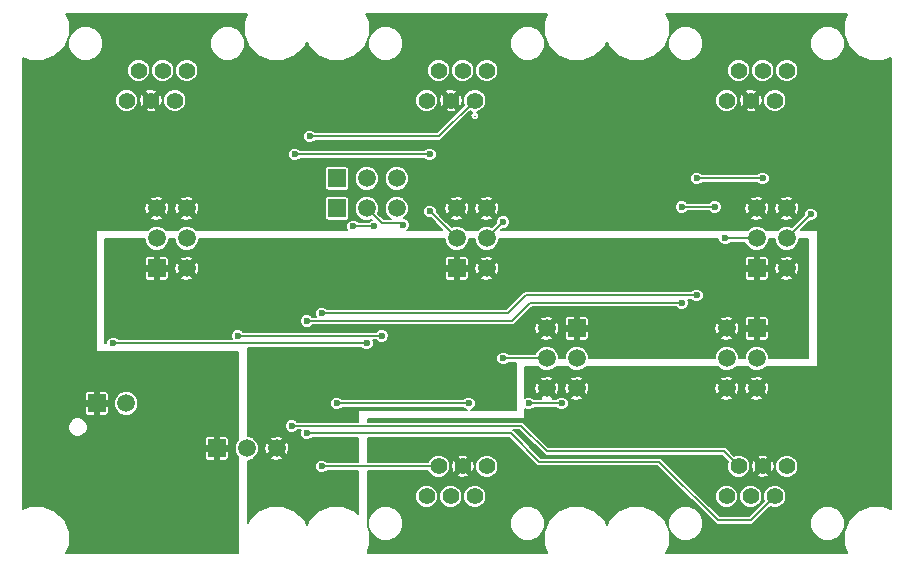
<source format=gbr>
G04 #@! TF.FileFunction,Copper,L2,Bot,Signal*
%FSLAX46Y46*%
G04 Gerber Fmt 4.6, Leading zero omitted, Abs format (unit mm)*
G04 Created by KiCad (PCBNEW 4.0.4-stable) date 01/17/17 23:29:42*
%MOMM*%
%LPD*%
G01*
G04 APERTURE LIST*
%ADD10C,0.150000*%
%ADD11R,1.500000X1.500000*%
%ADD12C,1.500000*%
%ADD13C,1.400000*%
%ADD14C,0.600000*%
%ADD15C,0.160000*%
G04 APERTURE END LIST*
D10*
D11*
X27940000Y-17780000D03*
D12*
X30480000Y-17780000D03*
X33020000Y-17780000D03*
D11*
X12700000Y-22860000D03*
D12*
X15240000Y-22860000D03*
X12700000Y-20320000D03*
X15240000Y-20320000D03*
X12700000Y-17780000D03*
X15240000Y-17780000D03*
D11*
X38100000Y-22860000D03*
D12*
X40640000Y-22860000D03*
X38100000Y-20320000D03*
X40640000Y-20320000D03*
X38100000Y-17780000D03*
X40640000Y-17780000D03*
D11*
X63500000Y-22860000D03*
D12*
X66040000Y-22860000D03*
X63500000Y-20320000D03*
X66040000Y-20320000D03*
X63500000Y-17780000D03*
X66040000Y-17780000D03*
D11*
X63500000Y-27940000D03*
D12*
X60960000Y-27940000D03*
X63500000Y-30480000D03*
X60960000Y-30480000D03*
X63500000Y-33020000D03*
X60960000Y-33020000D03*
D11*
X48260000Y-27940000D03*
D12*
X45720000Y-27940000D03*
X48260000Y-30480000D03*
X45720000Y-30480000D03*
X48260000Y-33020000D03*
X45720000Y-33020000D03*
D11*
X7620000Y-34290000D03*
D12*
X10120000Y-34290000D03*
D11*
X17780000Y-38100000D03*
D12*
X20320000Y-38100000D03*
X22860000Y-38100000D03*
D11*
X27940000Y-15240000D03*
D12*
X30480000Y-15240000D03*
X33020000Y-15240000D03*
D13*
X40650000Y-39610000D03*
X39630000Y-42150000D03*
X38610000Y-39610000D03*
X37590000Y-42150000D03*
X36570000Y-39610000D03*
X35550000Y-42150000D03*
X66050000Y-39610000D03*
X65030000Y-42150000D03*
X64010000Y-39610000D03*
X62990000Y-42150000D03*
X61970000Y-39610000D03*
X60950000Y-42150000D03*
X35550000Y-8650000D03*
X36570000Y-6110000D03*
X37590000Y-8650000D03*
X38610000Y-6110000D03*
X39630000Y-8650000D03*
X40650000Y-6110000D03*
X10150000Y-8650000D03*
X11170000Y-6110000D03*
X12190000Y-8650000D03*
X13210000Y-6110000D03*
X14230000Y-8650000D03*
X15250000Y-6110000D03*
X60950000Y-8650000D03*
X61970000Y-6110000D03*
X62990000Y-8650000D03*
X64010000Y-6110000D03*
X65030000Y-8650000D03*
X66050000Y-6110000D03*
D14*
X28575000Y-20955000D03*
X35179000Y-22479000D03*
X36576000Y-28702000D03*
X34036000Y-30607000D03*
X32258000Y-33020000D03*
X23114000Y-32131000D03*
X23114000Y-32639000D03*
X23114000Y-31623000D03*
X24384000Y-13208000D03*
X35814000Y-13208000D03*
X25400000Y-27305000D03*
X57150000Y-25781000D03*
X57150000Y-17653000D03*
X59944000Y-17653000D03*
X25400000Y-36830000D03*
X39116000Y-34290000D03*
X27940000Y-34290000D03*
X9017000Y-29210000D03*
X30480000Y-29210000D03*
X25654000Y-11684000D03*
X26670000Y-26670000D03*
X58420000Y-25146000D03*
X64008000Y-15240000D03*
X58420000Y-15240000D03*
X24130000Y-36195000D03*
X26670000Y-39624000D03*
X31750000Y-28575000D03*
X19558000Y-28575000D03*
X53848000Y-15494000D03*
X46228000Y-37084000D03*
X70104000Y-33274000D03*
X44958000Y-15621000D03*
X12573000Y-15621000D03*
X4445000Y-29972000D03*
X17272000Y-34036000D03*
X17272000Y-31242000D03*
X17272000Y-31750000D03*
X17272000Y-30734000D03*
X11938000Y-40640000D03*
X10922000Y-40640000D03*
X33528000Y-19177000D03*
X35814000Y-18034000D03*
X42037000Y-18923000D03*
X60833000Y-20320000D03*
X68072000Y-18288000D03*
X46990000Y-34290000D03*
X44196000Y-34290000D03*
X42037000Y-30480000D03*
X31115000Y-19304000D03*
X29337000Y-19304000D03*
D15*
X39630000Y-9920000D02*
X39624000Y-9920000D01*
X39624000Y-9920000D02*
X39610000Y-9920000D01*
X35814000Y-13208000D02*
X24384000Y-13208000D01*
X42799000Y-27305000D02*
X25400000Y-27305000D01*
X44323000Y-25781000D02*
X42799000Y-27305000D01*
X57150000Y-25781000D02*
X44323000Y-25781000D01*
X59944000Y-17653000D02*
X57150000Y-17653000D01*
X45085000Y-39243000D02*
X55245000Y-39243000D01*
X42672000Y-36830000D02*
X25400000Y-36830000D01*
X42672000Y-36830000D02*
X45085000Y-39243000D01*
X62984000Y-44196000D02*
X65030000Y-42150000D01*
X60198000Y-44196000D02*
X62984000Y-44196000D01*
X55245000Y-39243000D02*
X60198000Y-44196000D01*
X27940000Y-34290000D02*
X39116000Y-34290000D01*
X30480000Y-29210000D02*
X9017000Y-29210000D01*
X25654000Y-11684000D02*
X36596000Y-11684000D01*
X36596000Y-11684000D02*
X39630000Y-8650000D01*
X39624000Y-8656000D02*
X39630000Y-8650000D01*
X26670000Y-26670000D02*
X42418000Y-26670000D01*
X42418000Y-26670000D02*
X43942000Y-25146000D01*
X43942000Y-25146000D02*
X58420000Y-25146000D01*
X58420000Y-15240000D02*
X64008000Y-15240000D01*
X45706000Y-38340000D02*
X60700000Y-38340000D01*
X45706000Y-38340000D02*
X43561000Y-36195000D01*
X43561000Y-36195000D02*
X24130000Y-36195000D01*
X60700000Y-38340000D02*
X61970000Y-39610000D01*
X36570000Y-39610000D02*
X26684000Y-39610000D01*
X26684000Y-39610000D02*
X26670000Y-39624000D01*
X19558000Y-28575000D02*
X31750000Y-28575000D01*
X31750000Y-19050000D02*
X30480000Y-17780000D01*
X33401000Y-19050000D02*
X31750000Y-19050000D01*
X33528000Y-19177000D02*
X33401000Y-19050000D01*
X35814000Y-18034000D02*
X38100000Y-20320000D01*
X40640000Y-20320000D02*
X42037000Y-18923000D01*
X60833000Y-20320000D02*
X63500000Y-20320000D01*
X66040000Y-20320000D02*
X68072000Y-18288000D01*
X44196000Y-34290000D02*
X46990000Y-34290000D01*
X42037000Y-30480000D02*
X45720000Y-30480000D01*
X29337000Y-19304000D02*
X31115000Y-19304000D01*
G36*
X20080484Y-1984598D02*
X20079519Y-3090550D01*
X20501857Y-4112686D01*
X21283201Y-4895395D01*
X22304598Y-5319516D01*
X23410550Y-5320481D01*
X24432686Y-4898143D01*
X25215395Y-4116799D01*
X25399930Y-3672389D01*
X25581857Y-4112686D01*
X26363201Y-4895395D01*
X27384598Y-5319516D01*
X28490550Y-5320481D01*
X29512686Y-4898143D01*
X30295395Y-4116799D01*
X30301083Y-4103099D01*
X30619744Y-4103099D01*
X30844585Y-4647257D01*
X31260553Y-5063951D01*
X31804318Y-5289743D01*
X32393099Y-5290256D01*
X32937257Y-5065415D01*
X33353951Y-4649447D01*
X33579743Y-4105682D01*
X33579745Y-4103099D01*
X42619744Y-4103099D01*
X42844585Y-4647257D01*
X43260553Y-5063951D01*
X43804318Y-5289743D01*
X44393099Y-5290256D01*
X44937257Y-5065415D01*
X45353951Y-4649447D01*
X45579743Y-4105682D01*
X45580256Y-3516901D01*
X45355415Y-2972743D01*
X44939447Y-2556049D01*
X44395682Y-2330257D01*
X43806901Y-2329744D01*
X43262743Y-2554585D01*
X42846049Y-2970553D01*
X42620257Y-3514318D01*
X42619744Y-4103099D01*
X33579745Y-4103099D01*
X33580256Y-3516901D01*
X33355415Y-2972743D01*
X32939447Y-2556049D01*
X32395682Y-2330257D01*
X31806901Y-2329744D01*
X31262743Y-2554585D01*
X30846049Y-2970553D01*
X30620257Y-3514318D01*
X30619744Y-4103099D01*
X30301083Y-4103099D01*
X30719516Y-3095402D01*
X30720481Y-1989450D01*
X30456266Y-1350000D01*
X45743992Y-1350000D01*
X45480484Y-1984598D01*
X45479519Y-3090550D01*
X45901857Y-4112686D01*
X46683201Y-4895395D01*
X47704598Y-5319516D01*
X48810550Y-5320481D01*
X49832686Y-4898143D01*
X50615395Y-4116799D01*
X50799930Y-3672389D01*
X50981857Y-4112686D01*
X51763201Y-4895395D01*
X52784598Y-5319516D01*
X53890550Y-5320481D01*
X54912686Y-4898143D01*
X55695395Y-4116799D01*
X55701083Y-4103099D01*
X56019744Y-4103099D01*
X56244585Y-4647257D01*
X56660553Y-5063951D01*
X57204318Y-5289743D01*
X57793099Y-5290256D01*
X58337257Y-5065415D01*
X58753951Y-4649447D01*
X58979743Y-4105682D01*
X58979745Y-4103099D01*
X68019744Y-4103099D01*
X68244585Y-4647257D01*
X68660553Y-5063951D01*
X69204318Y-5289743D01*
X69793099Y-5290256D01*
X70337257Y-5065415D01*
X70753951Y-4649447D01*
X70979743Y-4105682D01*
X70980256Y-3516901D01*
X70755415Y-2972743D01*
X70339447Y-2556049D01*
X69795682Y-2330257D01*
X69206901Y-2329744D01*
X68662743Y-2554585D01*
X68246049Y-2970553D01*
X68020257Y-3514318D01*
X68019744Y-4103099D01*
X58979745Y-4103099D01*
X58980256Y-3516901D01*
X58755415Y-2972743D01*
X58339447Y-2556049D01*
X57795682Y-2330257D01*
X57206901Y-2329744D01*
X56662743Y-2554585D01*
X56246049Y-2970553D01*
X56020257Y-3514318D01*
X56019744Y-4103099D01*
X55701083Y-4103099D01*
X56119516Y-3095402D01*
X56120481Y-1989450D01*
X55856266Y-1350000D01*
X71143992Y-1350000D01*
X70880484Y-1984598D01*
X70879519Y-3090550D01*
X71301857Y-4112686D01*
X72083201Y-4895395D01*
X73104598Y-5319516D01*
X74210550Y-5320481D01*
X74850000Y-5056266D01*
X74850000Y-43203992D01*
X74215402Y-42940484D01*
X73109450Y-42939519D01*
X72087314Y-43361857D01*
X71304605Y-44143201D01*
X70880484Y-45164598D01*
X70879519Y-46270550D01*
X71143734Y-46910000D01*
X55856008Y-46910000D01*
X56119516Y-46275402D01*
X56120481Y-45169450D01*
X55944317Y-44743099D01*
X56019744Y-44743099D01*
X56244585Y-45287257D01*
X56660553Y-45703951D01*
X57204318Y-45929743D01*
X57793099Y-45930256D01*
X58337257Y-45705415D01*
X58753951Y-45289447D01*
X58979743Y-44745682D01*
X58979745Y-44743099D01*
X68019744Y-44743099D01*
X68244585Y-45287257D01*
X68660553Y-45703951D01*
X69204318Y-45929743D01*
X69793099Y-45930256D01*
X70337257Y-45705415D01*
X70753951Y-45289447D01*
X70979743Y-44745682D01*
X70980256Y-44156901D01*
X70755415Y-43612743D01*
X70339447Y-43196049D01*
X69795682Y-42970257D01*
X69206901Y-42969744D01*
X68662743Y-43194585D01*
X68246049Y-43610553D01*
X68020257Y-44154318D01*
X68019744Y-44743099D01*
X58979745Y-44743099D01*
X58980256Y-44156901D01*
X58755415Y-43612743D01*
X58339447Y-43196049D01*
X57795682Y-42970257D01*
X57206901Y-42969744D01*
X56662743Y-43194585D01*
X56246049Y-43610553D01*
X56020257Y-44154318D01*
X56019744Y-44743099D01*
X55944317Y-44743099D01*
X55698143Y-44147314D01*
X54916799Y-43364605D01*
X53895402Y-42940484D01*
X52789450Y-42939519D01*
X51767314Y-43361857D01*
X50984605Y-44143201D01*
X50800070Y-44587611D01*
X50618143Y-44147314D01*
X49836799Y-43364605D01*
X48815402Y-42940484D01*
X47709450Y-42939519D01*
X46687314Y-43361857D01*
X45904605Y-44143201D01*
X45480484Y-45164598D01*
X45479519Y-46270550D01*
X45743734Y-46910000D01*
X30560000Y-46910000D01*
X30560000Y-46659559D01*
X30719516Y-46275402D01*
X30720481Y-45169450D01*
X30560000Y-44781056D01*
X30560000Y-44743099D01*
X30619744Y-44743099D01*
X30844585Y-45287257D01*
X31260553Y-45703951D01*
X31804318Y-45929743D01*
X32393099Y-45930256D01*
X32937257Y-45705415D01*
X33353951Y-45289447D01*
X33579743Y-44745682D01*
X33579745Y-44743099D01*
X42619744Y-44743099D01*
X42844585Y-45287257D01*
X43260553Y-45703951D01*
X43804318Y-45929743D01*
X44393099Y-45930256D01*
X44937257Y-45705415D01*
X45353951Y-45289447D01*
X45579743Y-44745682D01*
X45580256Y-44156901D01*
X45355415Y-43612743D01*
X44939447Y-43196049D01*
X44395682Y-42970257D01*
X43806901Y-42969744D01*
X43262743Y-43194585D01*
X42846049Y-43610553D01*
X42620257Y-44154318D01*
X42619744Y-44743099D01*
X33579745Y-44743099D01*
X33580256Y-44156901D01*
X33355415Y-43612743D01*
X32939447Y-43196049D01*
X32395682Y-42970257D01*
X31806901Y-42969744D01*
X31262743Y-43194585D01*
X30846049Y-43610553D01*
X30620257Y-44154318D01*
X30619744Y-44743099D01*
X30560000Y-44743099D01*
X30560000Y-42344079D01*
X34569831Y-42344079D01*
X34718712Y-42704400D01*
X34994150Y-42980319D01*
X35354211Y-43129829D01*
X35744079Y-43130169D01*
X36104400Y-42981288D01*
X36380319Y-42705850D01*
X36529829Y-42345789D01*
X36529830Y-42344079D01*
X36609831Y-42344079D01*
X36758712Y-42704400D01*
X37034150Y-42980319D01*
X37394211Y-43129829D01*
X37784079Y-43130169D01*
X38144400Y-42981288D01*
X38420319Y-42705850D01*
X38569829Y-42345789D01*
X38569830Y-42344079D01*
X38649831Y-42344079D01*
X38798712Y-42704400D01*
X39074150Y-42980319D01*
X39434211Y-43129829D01*
X39824079Y-43130169D01*
X40184400Y-42981288D01*
X40460319Y-42705850D01*
X40609829Y-42345789D01*
X40610169Y-41955921D01*
X40461288Y-41595600D01*
X40185850Y-41319681D01*
X39825789Y-41170171D01*
X39435921Y-41169831D01*
X39075600Y-41318712D01*
X38799681Y-41594150D01*
X38650171Y-41954211D01*
X38649831Y-42344079D01*
X38569830Y-42344079D01*
X38570169Y-41955921D01*
X38421288Y-41595600D01*
X38145850Y-41319681D01*
X37785789Y-41170171D01*
X37395921Y-41169831D01*
X37035600Y-41318712D01*
X36759681Y-41594150D01*
X36610171Y-41954211D01*
X36609831Y-42344079D01*
X36529830Y-42344079D01*
X36530169Y-41955921D01*
X36381288Y-41595600D01*
X36105850Y-41319681D01*
X35745789Y-41170171D01*
X35355921Y-41169831D01*
X34995600Y-41318712D01*
X34719681Y-41594150D01*
X34570171Y-41954211D01*
X34569831Y-42344079D01*
X30560000Y-42344079D01*
X30560000Y-39970000D01*
X35658388Y-39970000D01*
X35738712Y-40164400D01*
X36014150Y-40440319D01*
X36374211Y-40589829D01*
X36764079Y-40590169D01*
X37124400Y-40441288D01*
X37189639Y-40376162D01*
X38084255Y-40376162D01*
X38168781Y-40506507D01*
X38545445Y-40607112D01*
X38931937Y-40555915D01*
X39051219Y-40506507D01*
X39135745Y-40376162D01*
X38610000Y-39850416D01*
X38084255Y-40376162D01*
X37189639Y-40376162D01*
X37400319Y-40165850D01*
X37549829Y-39805789D01*
X37550056Y-39545445D01*
X37612888Y-39545445D01*
X37664085Y-39931937D01*
X37713493Y-40051219D01*
X37843838Y-40135745D01*
X38369584Y-39610000D01*
X38850416Y-39610000D01*
X39376162Y-40135745D01*
X39506507Y-40051219D01*
X39572516Y-39804079D01*
X39669831Y-39804079D01*
X39818712Y-40164400D01*
X40094150Y-40440319D01*
X40454211Y-40589829D01*
X40844079Y-40590169D01*
X41204400Y-40441288D01*
X41480319Y-40165850D01*
X41629829Y-39805789D01*
X41630169Y-39415921D01*
X41481288Y-39055600D01*
X41205850Y-38779681D01*
X40845789Y-38630171D01*
X40455921Y-38629831D01*
X40095600Y-38778712D01*
X39819681Y-39054150D01*
X39670171Y-39414211D01*
X39669831Y-39804079D01*
X39572516Y-39804079D01*
X39607112Y-39674555D01*
X39555915Y-39288063D01*
X39506507Y-39168781D01*
X39376162Y-39084255D01*
X38850416Y-39610000D01*
X38369584Y-39610000D01*
X37843838Y-39084255D01*
X37713493Y-39168781D01*
X37612888Y-39545445D01*
X37550056Y-39545445D01*
X37550169Y-39415921D01*
X37401288Y-39055600D01*
X37189896Y-38843838D01*
X38084255Y-38843838D01*
X38610000Y-39369584D01*
X39135745Y-38843838D01*
X39051219Y-38713493D01*
X38674555Y-38612888D01*
X38288063Y-38664085D01*
X38168781Y-38713493D01*
X38084255Y-38843838D01*
X37189896Y-38843838D01*
X37125850Y-38779681D01*
X36765789Y-38630171D01*
X36375921Y-38629831D01*
X36015600Y-38778712D01*
X35739681Y-39054150D01*
X35658357Y-39250000D01*
X30560000Y-39250000D01*
X30560000Y-37190000D01*
X42522884Y-37190000D01*
X44830441Y-39497558D01*
X44947233Y-39575597D01*
X44970090Y-39580143D01*
X45085000Y-39603000D01*
X55095884Y-39603000D01*
X59943442Y-44450559D01*
X60060234Y-44528597D01*
X60198000Y-44556000D01*
X62984000Y-44556000D01*
X63121766Y-44528597D01*
X63238558Y-44450558D01*
X64639951Y-43049165D01*
X64834211Y-43129829D01*
X65224079Y-43130169D01*
X65584400Y-42981288D01*
X65860319Y-42705850D01*
X66009829Y-42345789D01*
X66010169Y-41955921D01*
X65861288Y-41595600D01*
X65585850Y-41319681D01*
X65225789Y-41170171D01*
X64835921Y-41169831D01*
X64475600Y-41318712D01*
X64199681Y-41594150D01*
X64050171Y-41954211D01*
X64049831Y-42344079D01*
X64130813Y-42540071D01*
X62834884Y-43836000D01*
X60347117Y-43836000D01*
X58855196Y-42344079D01*
X59969831Y-42344079D01*
X60118712Y-42704400D01*
X60394150Y-42980319D01*
X60754211Y-43129829D01*
X61144079Y-43130169D01*
X61504400Y-42981288D01*
X61780319Y-42705850D01*
X61929829Y-42345789D01*
X61929830Y-42344079D01*
X62009831Y-42344079D01*
X62158712Y-42704400D01*
X62434150Y-42980319D01*
X62794211Y-43129829D01*
X63184079Y-43130169D01*
X63544400Y-42981288D01*
X63820319Y-42705850D01*
X63969829Y-42345789D01*
X63970169Y-41955921D01*
X63821288Y-41595600D01*
X63545850Y-41319681D01*
X63185789Y-41170171D01*
X62795921Y-41169831D01*
X62435600Y-41318712D01*
X62159681Y-41594150D01*
X62010171Y-41954211D01*
X62009831Y-42344079D01*
X61929830Y-42344079D01*
X61930169Y-41955921D01*
X61781288Y-41595600D01*
X61505850Y-41319681D01*
X61145789Y-41170171D01*
X60755921Y-41169831D01*
X60395600Y-41318712D01*
X60119681Y-41594150D01*
X59970171Y-41954211D01*
X59969831Y-42344079D01*
X58855196Y-42344079D01*
X55499558Y-38988442D01*
X55382766Y-38910403D01*
X55245000Y-38883000D01*
X45234117Y-38883000D01*
X42926558Y-36575442D01*
X42895965Y-36555000D01*
X43411884Y-36555000D01*
X45451441Y-38594558D01*
X45555495Y-38664085D01*
X45568234Y-38672597D01*
X45706000Y-38700000D01*
X60550884Y-38700000D01*
X61070835Y-39219951D01*
X60990171Y-39414211D01*
X60989831Y-39804079D01*
X61138712Y-40164400D01*
X61414150Y-40440319D01*
X61774211Y-40589829D01*
X62164079Y-40590169D01*
X62524400Y-40441288D01*
X62589639Y-40376162D01*
X63484255Y-40376162D01*
X63568781Y-40506507D01*
X63945445Y-40607112D01*
X64331937Y-40555915D01*
X64451219Y-40506507D01*
X64535745Y-40376162D01*
X64010000Y-39850416D01*
X63484255Y-40376162D01*
X62589639Y-40376162D01*
X62800319Y-40165850D01*
X62949829Y-39805789D01*
X62950056Y-39545445D01*
X63012888Y-39545445D01*
X63064085Y-39931937D01*
X63113493Y-40051219D01*
X63243838Y-40135745D01*
X63769584Y-39610000D01*
X64250416Y-39610000D01*
X64776162Y-40135745D01*
X64906507Y-40051219D01*
X64972516Y-39804079D01*
X65069831Y-39804079D01*
X65218712Y-40164400D01*
X65494150Y-40440319D01*
X65854211Y-40589829D01*
X66244079Y-40590169D01*
X66604400Y-40441288D01*
X66880319Y-40165850D01*
X67029829Y-39805789D01*
X67030169Y-39415921D01*
X66881288Y-39055600D01*
X66605850Y-38779681D01*
X66245789Y-38630171D01*
X65855921Y-38629831D01*
X65495600Y-38778712D01*
X65219681Y-39054150D01*
X65070171Y-39414211D01*
X65069831Y-39804079D01*
X64972516Y-39804079D01*
X65007112Y-39674555D01*
X64955915Y-39288063D01*
X64906507Y-39168781D01*
X64776162Y-39084255D01*
X64250416Y-39610000D01*
X63769584Y-39610000D01*
X63243838Y-39084255D01*
X63113493Y-39168781D01*
X63012888Y-39545445D01*
X62950056Y-39545445D01*
X62950169Y-39415921D01*
X62801288Y-39055600D01*
X62589896Y-38843838D01*
X63484255Y-38843838D01*
X64010000Y-39369584D01*
X64535745Y-38843838D01*
X64451219Y-38713493D01*
X64074555Y-38612888D01*
X63688063Y-38664085D01*
X63568781Y-38713493D01*
X63484255Y-38843838D01*
X62589896Y-38843838D01*
X62525850Y-38779681D01*
X62165789Y-38630171D01*
X61775921Y-38629831D01*
X61579929Y-38710813D01*
X60954558Y-38085442D01*
X60837766Y-38007403D01*
X60700000Y-37980000D01*
X45855117Y-37980000D01*
X43815558Y-35940442D01*
X43698766Y-35862403D01*
X43561000Y-35835000D01*
X30560000Y-35835000D01*
X30560000Y-35640000D01*
X43815000Y-35640000D01*
X43846124Y-35633697D01*
X43872345Y-35615782D01*
X43889529Y-35589077D01*
X43895000Y-35560000D01*
X43895000Y-34793028D01*
X44080125Y-34869899D01*
X44310863Y-34870101D01*
X44524114Y-34781987D01*
X44656332Y-34650000D01*
X46529843Y-34650000D01*
X46661027Y-34781413D01*
X46874125Y-34869899D01*
X47104863Y-34870101D01*
X47318114Y-34781987D01*
X47481413Y-34618973D01*
X47569899Y-34405875D01*
X47570101Y-34175137D01*
X47481987Y-33961886D01*
X47343139Y-33822795D01*
X47697621Y-33822795D01*
X47788394Y-33958330D01*
X48183376Y-34067379D01*
X48590024Y-34016975D01*
X48731606Y-33958330D01*
X48822379Y-33822795D01*
X60397621Y-33822795D01*
X60488394Y-33958330D01*
X60883376Y-34067379D01*
X61290024Y-34016975D01*
X61431606Y-33958330D01*
X61522379Y-33822795D01*
X62937621Y-33822795D01*
X63028394Y-33958330D01*
X63423376Y-34067379D01*
X63830024Y-34016975D01*
X63971606Y-33958330D01*
X64062379Y-33822795D01*
X63500000Y-33260416D01*
X62937621Y-33822795D01*
X61522379Y-33822795D01*
X60960000Y-33260416D01*
X60397621Y-33822795D01*
X48822379Y-33822795D01*
X48260000Y-33260416D01*
X47697621Y-33822795D01*
X47343139Y-33822795D01*
X47318973Y-33798587D01*
X47105875Y-33710101D01*
X46875137Y-33709899D01*
X46661886Y-33798013D01*
X46529668Y-33930000D01*
X46210580Y-33930000D01*
X46282379Y-33822795D01*
X45720000Y-33260416D01*
X45157621Y-33822795D01*
X45229420Y-33930000D01*
X44656157Y-33930000D01*
X44524973Y-33798587D01*
X44311875Y-33710101D01*
X44081137Y-33709899D01*
X43895000Y-33786810D01*
X43895000Y-32943376D01*
X44672621Y-32943376D01*
X44723025Y-33350024D01*
X44781670Y-33491606D01*
X44917205Y-33582379D01*
X45479584Y-33020000D01*
X45960416Y-33020000D01*
X46522795Y-33582379D01*
X46658330Y-33491606D01*
X46767379Y-33096624D01*
X46748384Y-32943376D01*
X47212621Y-32943376D01*
X47263025Y-33350024D01*
X47321670Y-33491606D01*
X47457205Y-33582379D01*
X48019584Y-33020000D01*
X48500416Y-33020000D01*
X49062795Y-33582379D01*
X49198330Y-33491606D01*
X49307379Y-33096624D01*
X49288384Y-32943376D01*
X59912621Y-32943376D01*
X59963025Y-33350024D01*
X60021670Y-33491606D01*
X60157205Y-33582379D01*
X60719584Y-33020000D01*
X61200416Y-33020000D01*
X61762795Y-33582379D01*
X61898330Y-33491606D01*
X62007379Y-33096624D01*
X61988384Y-32943376D01*
X62452621Y-32943376D01*
X62503025Y-33350024D01*
X62561670Y-33491606D01*
X62697205Y-33582379D01*
X63259584Y-33020000D01*
X63740416Y-33020000D01*
X64302795Y-33582379D01*
X64438330Y-33491606D01*
X64547379Y-33096624D01*
X64496975Y-32689976D01*
X64438330Y-32548394D01*
X64302795Y-32457621D01*
X63740416Y-33020000D01*
X63259584Y-33020000D01*
X62697205Y-32457621D01*
X62561670Y-32548394D01*
X62452621Y-32943376D01*
X61988384Y-32943376D01*
X61956975Y-32689976D01*
X61898330Y-32548394D01*
X61762795Y-32457621D01*
X61200416Y-33020000D01*
X60719584Y-33020000D01*
X60157205Y-32457621D01*
X60021670Y-32548394D01*
X59912621Y-32943376D01*
X49288384Y-32943376D01*
X49256975Y-32689976D01*
X49198330Y-32548394D01*
X49062795Y-32457621D01*
X48500416Y-33020000D01*
X48019584Y-33020000D01*
X47457205Y-32457621D01*
X47321670Y-32548394D01*
X47212621Y-32943376D01*
X46748384Y-32943376D01*
X46716975Y-32689976D01*
X46658330Y-32548394D01*
X46522795Y-32457621D01*
X45960416Y-33020000D01*
X45479584Y-33020000D01*
X44917205Y-32457621D01*
X44781670Y-32548394D01*
X44672621Y-32943376D01*
X43895000Y-32943376D01*
X43895000Y-32217205D01*
X45157621Y-32217205D01*
X45720000Y-32779584D01*
X46282379Y-32217205D01*
X47697621Y-32217205D01*
X48260000Y-32779584D01*
X48822379Y-32217205D01*
X60397621Y-32217205D01*
X60960000Y-32779584D01*
X61522379Y-32217205D01*
X62937621Y-32217205D01*
X63500000Y-32779584D01*
X64062379Y-32217205D01*
X63971606Y-32081670D01*
X63576624Y-31972621D01*
X63169976Y-32023025D01*
X63028394Y-32081670D01*
X62937621Y-32217205D01*
X61522379Y-32217205D01*
X61431606Y-32081670D01*
X61036624Y-31972621D01*
X60629976Y-32023025D01*
X60488394Y-32081670D01*
X60397621Y-32217205D01*
X48822379Y-32217205D01*
X48731606Y-32081670D01*
X48336624Y-31972621D01*
X47929976Y-32023025D01*
X47788394Y-32081670D01*
X47697621Y-32217205D01*
X46282379Y-32217205D01*
X46191606Y-32081670D01*
X45796624Y-31972621D01*
X45389976Y-32023025D01*
X45248394Y-32081670D01*
X45157621Y-32217205D01*
X43895000Y-32217205D01*
X43895000Y-31195000D01*
X44978383Y-31195000D01*
X45135790Y-31352682D01*
X45514221Y-31509821D01*
X45923981Y-31510179D01*
X46302686Y-31353701D01*
X46461664Y-31195000D01*
X47518383Y-31195000D01*
X47675790Y-31352682D01*
X48054221Y-31509821D01*
X48463981Y-31510179D01*
X48842686Y-31353701D01*
X49001664Y-31195000D01*
X60218383Y-31195000D01*
X60375790Y-31352682D01*
X60754221Y-31509821D01*
X61163981Y-31510179D01*
X61542686Y-31353701D01*
X61701664Y-31195000D01*
X62758383Y-31195000D01*
X62915790Y-31352682D01*
X63294221Y-31509821D01*
X63703981Y-31510179D01*
X64082686Y-31353701D01*
X64241664Y-31195000D01*
X68580000Y-31195000D01*
X68611124Y-31188697D01*
X68637345Y-31170782D01*
X68654529Y-31144077D01*
X68660000Y-31115000D01*
X68660000Y-19685000D01*
X68653697Y-19653876D01*
X68635782Y-19627655D01*
X68609077Y-19610471D01*
X68580000Y-19605000D01*
X67264116Y-19605000D01*
X68001178Y-18867938D01*
X68186863Y-18868101D01*
X68400114Y-18779987D01*
X68563413Y-18616973D01*
X68651899Y-18403875D01*
X68652101Y-18173137D01*
X68563987Y-17959886D01*
X68400973Y-17796587D01*
X68187875Y-17708101D01*
X67957137Y-17707899D01*
X67743886Y-17796013D01*
X67580587Y-17959027D01*
X67492101Y-18172125D01*
X67491937Y-18358947D01*
X66468304Y-19382580D01*
X66245779Y-19290179D01*
X65836019Y-19289821D01*
X65457314Y-19446299D01*
X65298336Y-19605000D01*
X64241617Y-19605000D01*
X64084210Y-19447318D01*
X63705779Y-19290179D01*
X63296019Y-19289821D01*
X62917314Y-19446299D01*
X62758336Y-19605000D01*
X41864116Y-19605000D01*
X41966178Y-19502938D01*
X42151863Y-19503101D01*
X42365114Y-19414987D01*
X42528413Y-19251973D01*
X42616899Y-19038875D01*
X42617101Y-18808137D01*
X42528987Y-18594886D01*
X42516918Y-18582795D01*
X62937621Y-18582795D01*
X63028394Y-18718330D01*
X63423376Y-18827379D01*
X63830024Y-18776975D01*
X63971606Y-18718330D01*
X64062379Y-18582795D01*
X65477621Y-18582795D01*
X65568394Y-18718330D01*
X65963376Y-18827379D01*
X66370024Y-18776975D01*
X66511606Y-18718330D01*
X66602379Y-18582795D01*
X66040000Y-18020416D01*
X65477621Y-18582795D01*
X64062379Y-18582795D01*
X63500000Y-18020416D01*
X62937621Y-18582795D01*
X42516918Y-18582795D01*
X42365973Y-18431587D01*
X42152875Y-18343101D01*
X41922137Y-18342899D01*
X41708886Y-18431013D01*
X41545587Y-18594027D01*
X41457101Y-18807125D01*
X41456937Y-18993946D01*
X41068304Y-19382580D01*
X40845779Y-19290179D01*
X40436019Y-19289821D01*
X40057314Y-19446299D01*
X39898336Y-19605000D01*
X38841617Y-19605000D01*
X38684210Y-19447318D01*
X38305779Y-19290179D01*
X37896019Y-19289821D01*
X37671647Y-19382530D01*
X36871912Y-18582795D01*
X37537621Y-18582795D01*
X37628394Y-18718330D01*
X38023376Y-18827379D01*
X38430024Y-18776975D01*
X38571606Y-18718330D01*
X38662379Y-18582795D01*
X40077621Y-18582795D01*
X40168394Y-18718330D01*
X40563376Y-18827379D01*
X40970024Y-18776975D01*
X41111606Y-18718330D01*
X41202379Y-18582795D01*
X40640000Y-18020416D01*
X40077621Y-18582795D01*
X38662379Y-18582795D01*
X38100000Y-18020416D01*
X37537621Y-18582795D01*
X36871912Y-18582795D01*
X36393938Y-18104822D01*
X36394101Y-17919137D01*
X36305987Y-17705886D01*
X36303482Y-17703376D01*
X37052621Y-17703376D01*
X37103025Y-18110024D01*
X37161670Y-18251606D01*
X37297205Y-18342379D01*
X37859584Y-17780000D01*
X38340416Y-17780000D01*
X38902795Y-18342379D01*
X39038330Y-18251606D01*
X39147379Y-17856624D01*
X39128384Y-17703376D01*
X39592621Y-17703376D01*
X39643025Y-18110024D01*
X39701670Y-18251606D01*
X39837205Y-18342379D01*
X40399584Y-17780000D01*
X40880416Y-17780000D01*
X41442795Y-18342379D01*
X41578330Y-18251606D01*
X41687379Y-17856624D01*
X41676378Y-17767863D01*
X56569899Y-17767863D01*
X56658013Y-17981114D01*
X56821027Y-18144413D01*
X57034125Y-18232899D01*
X57264863Y-18233101D01*
X57478114Y-18144987D01*
X57610332Y-18013000D01*
X59483843Y-18013000D01*
X59615027Y-18144413D01*
X59828125Y-18232899D01*
X60058863Y-18233101D01*
X60272114Y-18144987D01*
X60435413Y-17981973D01*
X60523899Y-17768875D01*
X60523956Y-17703376D01*
X62452621Y-17703376D01*
X62503025Y-18110024D01*
X62561670Y-18251606D01*
X62697205Y-18342379D01*
X63259584Y-17780000D01*
X63740416Y-17780000D01*
X64302795Y-18342379D01*
X64438330Y-18251606D01*
X64547379Y-17856624D01*
X64528384Y-17703376D01*
X64992621Y-17703376D01*
X65043025Y-18110024D01*
X65101670Y-18251606D01*
X65237205Y-18342379D01*
X65799584Y-17780000D01*
X66280416Y-17780000D01*
X66842795Y-18342379D01*
X66978330Y-18251606D01*
X67087379Y-17856624D01*
X67036975Y-17449976D01*
X66978330Y-17308394D01*
X66842795Y-17217621D01*
X66280416Y-17780000D01*
X65799584Y-17780000D01*
X65237205Y-17217621D01*
X65101670Y-17308394D01*
X64992621Y-17703376D01*
X64528384Y-17703376D01*
X64496975Y-17449976D01*
X64438330Y-17308394D01*
X64302795Y-17217621D01*
X63740416Y-17780000D01*
X63259584Y-17780000D01*
X62697205Y-17217621D01*
X62561670Y-17308394D01*
X62452621Y-17703376D01*
X60523956Y-17703376D01*
X60524101Y-17538137D01*
X60435987Y-17324886D01*
X60272973Y-17161587D01*
X60059875Y-17073101D01*
X59829137Y-17072899D01*
X59615886Y-17161013D01*
X59483668Y-17293000D01*
X57610157Y-17293000D01*
X57478973Y-17161587D01*
X57265875Y-17073101D01*
X57035137Y-17072899D01*
X56821886Y-17161013D01*
X56658587Y-17324027D01*
X56570101Y-17537125D01*
X56569899Y-17767863D01*
X41676378Y-17767863D01*
X41636975Y-17449976D01*
X41578330Y-17308394D01*
X41442795Y-17217621D01*
X40880416Y-17780000D01*
X40399584Y-17780000D01*
X39837205Y-17217621D01*
X39701670Y-17308394D01*
X39592621Y-17703376D01*
X39128384Y-17703376D01*
X39096975Y-17449976D01*
X39038330Y-17308394D01*
X38902795Y-17217621D01*
X38340416Y-17780000D01*
X37859584Y-17780000D01*
X37297205Y-17217621D01*
X37161670Y-17308394D01*
X37052621Y-17703376D01*
X36303482Y-17703376D01*
X36142973Y-17542587D01*
X35929875Y-17454101D01*
X35699137Y-17453899D01*
X35485886Y-17542013D01*
X35322587Y-17705027D01*
X35234101Y-17918125D01*
X35233899Y-18148863D01*
X35322013Y-18362114D01*
X35485027Y-18525413D01*
X35698125Y-18613899D01*
X35884946Y-18614063D01*
X36875884Y-19605000D01*
X33920213Y-19605000D01*
X34019413Y-19505973D01*
X34107899Y-19292875D01*
X34108101Y-19062137D01*
X34019987Y-18848886D01*
X33856973Y-18685587D01*
X33654829Y-18601649D01*
X33892682Y-18364210D01*
X34049821Y-17985779D01*
X34050179Y-17576019D01*
X33893701Y-17197314D01*
X33673976Y-16977205D01*
X37537621Y-16977205D01*
X38100000Y-17539584D01*
X38662379Y-16977205D01*
X40077621Y-16977205D01*
X40640000Y-17539584D01*
X41202379Y-16977205D01*
X62937621Y-16977205D01*
X63500000Y-17539584D01*
X64062379Y-16977205D01*
X65477621Y-16977205D01*
X66040000Y-17539584D01*
X66602379Y-16977205D01*
X66511606Y-16841670D01*
X66116624Y-16732621D01*
X65709976Y-16783025D01*
X65568394Y-16841670D01*
X65477621Y-16977205D01*
X64062379Y-16977205D01*
X63971606Y-16841670D01*
X63576624Y-16732621D01*
X63169976Y-16783025D01*
X63028394Y-16841670D01*
X62937621Y-16977205D01*
X41202379Y-16977205D01*
X41111606Y-16841670D01*
X40716624Y-16732621D01*
X40309976Y-16783025D01*
X40168394Y-16841670D01*
X40077621Y-16977205D01*
X38662379Y-16977205D01*
X38571606Y-16841670D01*
X38176624Y-16732621D01*
X37769976Y-16783025D01*
X37628394Y-16841670D01*
X37537621Y-16977205D01*
X33673976Y-16977205D01*
X33604210Y-16907318D01*
X33225779Y-16750179D01*
X32816019Y-16749821D01*
X32437314Y-16906299D01*
X32147318Y-17195790D01*
X31990179Y-17574221D01*
X31989821Y-17983981D01*
X32146299Y-18362686D01*
X32435790Y-18652682D01*
X32525661Y-18690000D01*
X31899117Y-18690000D01*
X31417420Y-18208304D01*
X31509821Y-17985779D01*
X31510179Y-17576019D01*
X31353701Y-17197314D01*
X31064210Y-16907318D01*
X30685779Y-16750179D01*
X30276019Y-16749821D01*
X29897314Y-16906299D01*
X29607318Y-17195790D01*
X29450179Y-17574221D01*
X29449821Y-17983981D01*
X29606299Y-18362686D01*
X29895790Y-18652682D01*
X30274221Y-18809821D01*
X30683981Y-18810179D01*
X30908353Y-18717470D01*
X30939739Y-18748855D01*
X30786886Y-18812013D01*
X30654668Y-18944000D01*
X29797157Y-18944000D01*
X29665973Y-18812587D01*
X29452875Y-18724101D01*
X29222137Y-18723899D01*
X29008886Y-18812013D01*
X28845587Y-18975027D01*
X28757101Y-19188125D01*
X28756899Y-19418863D01*
X28833810Y-19605000D01*
X15981617Y-19605000D01*
X15824210Y-19447318D01*
X15445779Y-19290179D01*
X15036019Y-19289821D01*
X14657314Y-19446299D01*
X14498336Y-19605000D01*
X13441617Y-19605000D01*
X13284210Y-19447318D01*
X12905779Y-19290179D01*
X12496019Y-19289821D01*
X12117314Y-19446299D01*
X11958336Y-19605000D01*
X7620000Y-19605000D01*
X7588876Y-19611303D01*
X7562655Y-19629218D01*
X7545471Y-19655923D01*
X7540000Y-19685000D01*
X7540000Y-29845000D01*
X7546303Y-29876124D01*
X7564218Y-29902345D01*
X7590923Y-29919529D01*
X7620000Y-29925000D01*
X19605000Y-29925000D01*
X19605000Y-37358383D01*
X19447318Y-37515790D01*
X19290179Y-37894221D01*
X19289821Y-38303981D01*
X19446299Y-38682686D01*
X19605000Y-38841664D01*
X19605000Y-46910000D01*
X5056008Y-46910000D01*
X5319516Y-46275402D01*
X5320481Y-45169450D01*
X4898143Y-44147314D01*
X4116799Y-43364605D01*
X3095402Y-42940484D01*
X1989450Y-42939519D01*
X1350000Y-43203734D01*
X1350000Y-38340000D01*
X16750000Y-38340000D01*
X16750000Y-38905695D01*
X16792627Y-39008607D01*
X16871392Y-39087372D01*
X16974304Y-39130000D01*
X17540000Y-39130000D01*
X17610000Y-39060000D01*
X17610000Y-38270000D01*
X17950000Y-38270000D01*
X17950000Y-39060000D01*
X18020000Y-39130000D01*
X18585696Y-39130000D01*
X18688608Y-39087372D01*
X18767373Y-39008607D01*
X18810000Y-38905695D01*
X18810000Y-38340000D01*
X18740000Y-38270000D01*
X17950000Y-38270000D01*
X17610000Y-38270000D01*
X16820000Y-38270000D01*
X16750000Y-38340000D01*
X1350000Y-38340000D01*
X1350000Y-37294305D01*
X16750000Y-37294305D01*
X16750000Y-37860000D01*
X16820000Y-37930000D01*
X17610000Y-37930000D01*
X17610000Y-37140000D01*
X17950000Y-37140000D01*
X17950000Y-37930000D01*
X18740000Y-37930000D01*
X18810000Y-37860000D01*
X18810000Y-37294305D01*
X18767373Y-37191393D01*
X18688608Y-37112628D01*
X18585696Y-37070000D01*
X18020000Y-37070000D01*
X17950000Y-37140000D01*
X17610000Y-37140000D01*
X17540000Y-37070000D01*
X16974304Y-37070000D01*
X16871392Y-37112628D01*
X16792627Y-37191393D01*
X16750000Y-37294305D01*
X1350000Y-37294305D01*
X1350000Y-36454373D01*
X5189856Y-36454373D01*
X5315950Y-36759543D01*
X5549229Y-36993230D01*
X5854178Y-37119856D01*
X6184373Y-37120144D01*
X6489543Y-36994050D01*
X6723230Y-36760771D01*
X6849856Y-36455822D01*
X6850144Y-36125627D01*
X6724050Y-35820457D01*
X6490771Y-35586770D01*
X6185822Y-35460144D01*
X5855627Y-35459856D01*
X5550457Y-35585950D01*
X5316770Y-35819229D01*
X5190144Y-36124178D01*
X5189856Y-36454373D01*
X1350000Y-36454373D01*
X1350000Y-34530000D01*
X6590000Y-34530000D01*
X6590000Y-35095695D01*
X6632627Y-35198607D01*
X6711392Y-35277372D01*
X6814304Y-35320000D01*
X7380000Y-35320000D01*
X7450000Y-35250000D01*
X7450000Y-34460000D01*
X7790000Y-34460000D01*
X7790000Y-35250000D01*
X7860000Y-35320000D01*
X8425696Y-35320000D01*
X8528608Y-35277372D01*
X8607373Y-35198607D01*
X8650000Y-35095695D01*
X8650000Y-34530000D01*
X8613981Y-34493981D01*
X9089821Y-34493981D01*
X9246299Y-34872686D01*
X9535790Y-35162682D01*
X9914221Y-35319821D01*
X10323981Y-35320179D01*
X10702686Y-35163701D01*
X10992682Y-34874210D01*
X11149821Y-34495779D01*
X11150179Y-34086019D01*
X10993701Y-33707314D01*
X10704210Y-33417318D01*
X10325779Y-33260179D01*
X9916019Y-33259821D01*
X9537314Y-33416299D01*
X9247318Y-33705790D01*
X9090179Y-34084221D01*
X9089821Y-34493981D01*
X8613981Y-34493981D01*
X8580000Y-34460000D01*
X7790000Y-34460000D01*
X7450000Y-34460000D01*
X6660000Y-34460000D01*
X6590000Y-34530000D01*
X1350000Y-34530000D01*
X1350000Y-33484305D01*
X6590000Y-33484305D01*
X6590000Y-34050000D01*
X6660000Y-34120000D01*
X7450000Y-34120000D01*
X7450000Y-33330000D01*
X7790000Y-33330000D01*
X7790000Y-34120000D01*
X8580000Y-34120000D01*
X8650000Y-34050000D01*
X8650000Y-33484305D01*
X8607373Y-33381393D01*
X8528608Y-33302628D01*
X8425696Y-33260000D01*
X7860000Y-33260000D01*
X7790000Y-33330000D01*
X7450000Y-33330000D01*
X7380000Y-33260000D01*
X6814304Y-33260000D01*
X6711392Y-33302628D01*
X6632627Y-33381393D01*
X6590000Y-33484305D01*
X1350000Y-33484305D01*
X1350000Y-18582795D01*
X12137621Y-18582795D01*
X12228394Y-18718330D01*
X12623376Y-18827379D01*
X13030024Y-18776975D01*
X13171606Y-18718330D01*
X13262379Y-18582795D01*
X14677621Y-18582795D01*
X14768394Y-18718330D01*
X15163376Y-18827379D01*
X15570024Y-18776975D01*
X15711606Y-18718330D01*
X15802379Y-18582795D01*
X15240000Y-18020416D01*
X14677621Y-18582795D01*
X13262379Y-18582795D01*
X12700000Y-18020416D01*
X12137621Y-18582795D01*
X1350000Y-18582795D01*
X1350000Y-17703376D01*
X11652621Y-17703376D01*
X11703025Y-18110024D01*
X11761670Y-18251606D01*
X11897205Y-18342379D01*
X12459584Y-17780000D01*
X12940416Y-17780000D01*
X13502795Y-18342379D01*
X13638330Y-18251606D01*
X13747379Y-17856624D01*
X13728384Y-17703376D01*
X14192621Y-17703376D01*
X14243025Y-18110024D01*
X14301670Y-18251606D01*
X14437205Y-18342379D01*
X14999584Y-17780000D01*
X15480416Y-17780000D01*
X16042795Y-18342379D01*
X16178330Y-18251606D01*
X16287379Y-17856624D01*
X16236975Y-17449976D01*
X16178330Y-17308394D01*
X16042795Y-17217621D01*
X15480416Y-17780000D01*
X14999584Y-17780000D01*
X14437205Y-17217621D01*
X14301670Y-17308394D01*
X14192621Y-17703376D01*
X13728384Y-17703376D01*
X13696975Y-17449976D01*
X13638330Y-17308394D01*
X13502795Y-17217621D01*
X12940416Y-17780000D01*
X12459584Y-17780000D01*
X11897205Y-17217621D01*
X11761670Y-17308394D01*
X11652621Y-17703376D01*
X1350000Y-17703376D01*
X1350000Y-16977205D01*
X12137621Y-16977205D01*
X12700000Y-17539584D01*
X13262379Y-16977205D01*
X14677621Y-16977205D01*
X15240000Y-17539584D01*
X15749584Y-17030000D01*
X26904515Y-17030000D01*
X26904515Y-18530000D01*
X26924039Y-18633762D01*
X26985362Y-18729060D01*
X27078930Y-18792993D01*
X27190000Y-18815485D01*
X28690000Y-18815485D01*
X28793762Y-18795961D01*
X28889060Y-18734638D01*
X28952993Y-18641070D01*
X28975485Y-18530000D01*
X28975485Y-17030000D01*
X28955961Y-16926238D01*
X28894638Y-16830940D01*
X28801070Y-16767007D01*
X28690000Y-16744515D01*
X27190000Y-16744515D01*
X27086238Y-16764039D01*
X26990940Y-16825362D01*
X26927007Y-16918930D01*
X26904515Y-17030000D01*
X15749584Y-17030000D01*
X15802379Y-16977205D01*
X15711606Y-16841670D01*
X15316624Y-16732621D01*
X14909976Y-16783025D01*
X14768394Y-16841670D01*
X14677621Y-16977205D01*
X13262379Y-16977205D01*
X13171606Y-16841670D01*
X12776624Y-16732621D01*
X12369976Y-16783025D01*
X12228394Y-16841670D01*
X12137621Y-16977205D01*
X1350000Y-16977205D01*
X1350000Y-14490000D01*
X26904515Y-14490000D01*
X26904515Y-15990000D01*
X26924039Y-16093762D01*
X26985362Y-16189060D01*
X27078930Y-16252993D01*
X27190000Y-16275485D01*
X28690000Y-16275485D01*
X28793762Y-16255961D01*
X28889060Y-16194638D01*
X28952993Y-16101070D01*
X28975485Y-15990000D01*
X28975485Y-15443981D01*
X29449821Y-15443981D01*
X29606299Y-15822686D01*
X29895790Y-16112682D01*
X30274221Y-16269821D01*
X30683981Y-16270179D01*
X31062686Y-16113701D01*
X31352682Y-15824210D01*
X31509821Y-15445779D01*
X31509822Y-15443981D01*
X31989821Y-15443981D01*
X32146299Y-15822686D01*
X32435790Y-16112682D01*
X32814221Y-16269821D01*
X33223981Y-16270179D01*
X33602686Y-16113701D01*
X33892682Y-15824210D01*
X34049821Y-15445779D01*
X34049900Y-15354863D01*
X57839899Y-15354863D01*
X57928013Y-15568114D01*
X58091027Y-15731413D01*
X58304125Y-15819899D01*
X58534863Y-15820101D01*
X58748114Y-15731987D01*
X58880332Y-15600000D01*
X63547843Y-15600000D01*
X63679027Y-15731413D01*
X63892125Y-15819899D01*
X64122863Y-15820101D01*
X64336114Y-15731987D01*
X64499413Y-15568973D01*
X64587899Y-15355875D01*
X64588101Y-15125137D01*
X64499987Y-14911886D01*
X64336973Y-14748587D01*
X64123875Y-14660101D01*
X63893137Y-14659899D01*
X63679886Y-14748013D01*
X63547668Y-14880000D01*
X58880157Y-14880000D01*
X58748973Y-14748587D01*
X58535875Y-14660101D01*
X58305137Y-14659899D01*
X58091886Y-14748013D01*
X57928587Y-14911027D01*
X57840101Y-15124125D01*
X57839899Y-15354863D01*
X34049900Y-15354863D01*
X34050179Y-15036019D01*
X33893701Y-14657314D01*
X33604210Y-14367318D01*
X33225779Y-14210179D01*
X32816019Y-14209821D01*
X32437314Y-14366299D01*
X32147318Y-14655790D01*
X31990179Y-15034221D01*
X31989821Y-15443981D01*
X31509822Y-15443981D01*
X31510179Y-15036019D01*
X31353701Y-14657314D01*
X31064210Y-14367318D01*
X30685779Y-14210179D01*
X30276019Y-14209821D01*
X29897314Y-14366299D01*
X29607318Y-14655790D01*
X29450179Y-15034221D01*
X29449821Y-15443981D01*
X28975485Y-15443981D01*
X28975485Y-14490000D01*
X28955961Y-14386238D01*
X28894638Y-14290940D01*
X28801070Y-14227007D01*
X28690000Y-14204515D01*
X27190000Y-14204515D01*
X27086238Y-14224039D01*
X26990940Y-14285362D01*
X26927007Y-14378930D01*
X26904515Y-14490000D01*
X1350000Y-14490000D01*
X1350000Y-13322863D01*
X23803899Y-13322863D01*
X23892013Y-13536114D01*
X24055027Y-13699413D01*
X24268125Y-13787899D01*
X24498863Y-13788101D01*
X24712114Y-13699987D01*
X24844332Y-13568000D01*
X35353843Y-13568000D01*
X35485027Y-13699413D01*
X35698125Y-13787899D01*
X35928863Y-13788101D01*
X36142114Y-13699987D01*
X36305413Y-13536973D01*
X36393899Y-13323875D01*
X36394101Y-13093137D01*
X36305987Y-12879886D01*
X36142973Y-12716587D01*
X35929875Y-12628101D01*
X35699137Y-12627899D01*
X35485886Y-12716013D01*
X35353668Y-12848000D01*
X24844157Y-12848000D01*
X24712973Y-12716587D01*
X24499875Y-12628101D01*
X24269137Y-12627899D01*
X24055886Y-12716013D01*
X23892587Y-12879027D01*
X23804101Y-13092125D01*
X23803899Y-13322863D01*
X1350000Y-13322863D01*
X1350000Y-11798863D01*
X25073899Y-11798863D01*
X25162013Y-12012114D01*
X25325027Y-12175413D01*
X25538125Y-12263899D01*
X25768863Y-12264101D01*
X25982114Y-12175987D01*
X26114332Y-12044000D01*
X36596000Y-12044000D01*
X36733766Y-12016597D01*
X36850558Y-11938558D01*
X39239951Y-9549165D01*
X39418502Y-9623306D01*
X39355442Y-9665442D01*
X39277403Y-9782234D01*
X39250000Y-9920000D01*
X39277403Y-10057766D01*
X39355442Y-10174558D01*
X39472234Y-10252597D01*
X39610000Y-10280000D01*
X39630000Y-10280000D01*
X39767766Y-10252597D01*
X39884558Y-10174558D01*
X39962597Y-10057766D01*
X39990000Y-9920000D01*
X39962597Y-9782234D01*
X39884558Y-9665442D01*
X39828831Y-9628206D01*
X40184400Y-9481288D01*
X40460319Y-9205850D01*
X40609829Y-8845789D01*
X40609830Y-8844079D01*
X59969831Y-8844079D01*
X60118712Y-9204400D01*
X60394150Y-9480319D01*
X60754211Y-9629829D01*
X61144079Y-9630169D01*
X61504400Y-9481288D01*
X61569639Y-9416162D01*
X62464255Y-9416162D01*
X62548781Y-9546507D01*
X62925445Y-9647112D01*
X63311937Y-9595915D01*
X63431219Y-9546507D01*
X63515745Y-9416162D01*
X62990000Y-8890416D01*
X62464255Y-9416162D01*
X61569639Y-9416162D01*
X61780319Y-9205850D01*
X61929829Y-8845789D01*
X61930056Y-8585445D01*
X61992888Y-8585445D01*
X62044085Y-8971937D01*
X62093493Y-9091219D01*
X62223838Y-9175745D01*
X62749584Y-8650000D01*
X63230416Y-8650000D01*
X63756162Y-9175745D01*
X63886507Y-9091219D01*
X63952516Y-8844079D01*
X64049831Y-8844079D01*
X64198712Y-9204400D01*
X64474150Y-9480319D01*
X64834211Y-9629829D01*
X65224079Y-9630169D01*
X65584400Y-9481288D01*
X65860319Y-9205850D01*
X66009829Y-8845789D01*
X66010169Y-8455921D01*
X65861288Y-8095600D01*
X65585850Y-7819681D01*
X65225789Y-7670171D01*
X64835921Y-7669831D01*
X64475600Y-7818712D01*
X64199681Y-8094150D01*
X64050171Y-8454211D01*
X64049831Y-8844079D01*
X63952516Y-8844079D01*
X63987112Y-8714555D01*
X63935915Y-8328063D01*
X63886507Y-8208781D01*
X63756162Y-8124255D01*
X63230416Y-8650000D01*
X62749584Y-8650000D01*
X62223838Y-8124255D01*
X62093493Y-8208781D01*
X61992888Y-8585445D01*
X61930056Y-8585445D01*
X61930169Y-8455921D01*
X61781288Y-8095600D01*
X61569896Y-7883838D01*
X62464255Y-7883838D01*
X62990000Y-8409584D01*
X63515745Y-7883838D01*
X63431219Y-7753493D01*
X63054555Y-7652888D01*
X62668063Y-7704085D01*
X62548781Y-7753493D01*
X62464255Y-7883838D01*
X61569896Y-7883838D01*
X61505850Y-7819681D01*
X61145789Y-7670171D01*
X60755921Y-7669831D01*
X60395600Y-7818712D01*
X60119681Y-8094150D01*
X59970171Y-8454211D01*
X59969831Y-8844079D01*
X40609830Y-8844079D01*
X40610169Y-8455921D01*
X40461288Y-8095600D01*
X40185850Y-7819681D01*
X39825789Y-7670171D01*
X39435921Y-7669831D01*
X39075600Y-7818712D01*
X38799681Y-8094150D01*
X38650171Y-8454211D01*
X38649831Y-8844079D01*
X38730813Y-9040071D01*
X36446884Y-11324000D01*
X26114157Y-11324000D01*
X25982973Y-11192587D01*
X25769875Y-11104101D01*
X25539137Y-11103899D01*
X25325886Y-11192013D01*
X25162587Y-11355027D01*
X25074101Y-11568125D01*
X25073899Y-11798863D01*
X1350000Y-11798863D01*
X1350000Y-8844079D01*
X9169831Y-8844079D01*
X9318712Y-9204400D01*
X9594150Y-9480319D01*
X9954211Y-9629829D01*
X10344079Y-9630169D01*
X10704400Y-9481288D01*
X10769639Y-9416162D01*
X11664255Y-9416162D01*
X11748781Y-9546507D01*
X12125445Y-9647112D01*
X12511937Y-9595915D01*
X12631219Y-9546507D01*
X12715745Y-9416162D01*
X12190000Y-8890416D01*
X11664255Y-9416162D01*
X10769639Y-9416162D01*
X10980319Y-9205850D01*
X11129829Y-8845789D01*
X11130056Y-8585445D01*
X11192888Y-8585445D01*
X11244085Y-8971937D01*
X11293493Y-9091219D01*
X11423838Y-9175745D01*
X11949584Y-8650000D01*
X12430416Y-8650000D01*
X12956162Y-9175745D01*
X13086507Y-9091219D01*
X13152516Y-8844079D01*
X13249831Y-8844079D01*
X13398712Y-9204400D01*
X13674150Y-9480319D01*
X14034211Y-9629829D01*
X14424079Y-9630169D01*
X14784400Y-9481288D01*
X15060319Y-9205850D01*
X15209829Y-8845789D01*
X15209830Y-8844079D01*
X34569831Y-8844079D01*
X34718712Y-9204400D01*
X34994150Y-9480319D01*
X35354211Y-9629829D01*
X35744079Y-9630169D01*
X36104400Y-9481288D01*
X36169639Y-9416162D01*
X37064255Y-9416162D01*
X37148781Y-9546507D01*
X37525445Y-9647112D01*
X37911937Y-9595915D01*
X38031219Y-9546507D01*
X38115745Y-9416162D01*
X37590000Y-8890416D01*
X37064255Y-9416162D01*
X36169639Y-9416162D01*
X36380319Y-9205850D01*
X36529829Y-8845789D01*
X36530056Y-8585445D01*
X36592888Y-8585445D01*
X36644085Y-8971937D01*
X36693493Y-9091219D01*
X36823838Y-9175745D01*
X37349584Y-8650000D01*
X37830416Y-8650000D01*
X38356162Y-9175745D01*
X38486507Y-9091219D01*
X38587112Y-8714555D01*
X38535915Y-8328063D01*
X38486507Y-8208781D01*
X38356162Y-8124255D01*
X37830416Y-8650000D01*
X37349584Y-8650000D01*
X36823838Y-8124255D01*
X36693493Y-8208781D01*
X36592888Y-8585445D01*
X36530056Y-8585445D01*
X36530169Y-8455921D01*
X36381288Y-8095600D01*
X36169896Y-7883838D01*
X37064255Y-7883838D01*
X37590000Y-8409584D01*
X38115745Y-7883838D01*
X38031219Y-7753493D01*
X37654555Y-7652888D01*
X37268063Y-7704085D01*
X37148781Y-7753493D01*
X37064255Y-7883838D01*
X36169896Y-7883838D01*
X36105850Y-7819681D01*
X35745789Y-7670171D01*
X35355921Y-7669831D01*
X34995600Y-7818712D01*
X34719681Y-8094150D01*
X34570171Y-8454211D01*
X34569831Y-8844079D01*
X15209830Y-8844079D01*
X15210169Y-8455921D01*
X15061288Y-8095600D01*
X14785850Y-7819681D01*
X14425789Y-7670171D01*
X14035921Y-7669831D01*
X13675600Y-7818712D01*
X13399681Y-8094150D01*
X13250171Y-8454211D01*
X13249831Y-8844079D01*
X13152516Y-8844079D01*
X13187112Y-8714555D01*
X13135915Y-8328063D01*
X13086507Y-8208781D01*
X12956162Y-8124255D01*
X12430416Y-8650000D01*
X11949584Y-8650000D01*
X11423838Y-8124255D01*
X11293493Y-8208781D01*
X11192888Y-8585445D01*
X11130056Y-8585445D01*
X11130169Y-8455921D01*
X10981288Y-8095600D01*
X10769896Y-7883838D01*
X11664255Y-7883838D01*
X12190000Y-8409584D01*
X12715745Y-7883838D01*
X12631219Y-7753493D01*
X12254555Y-7652888D01*
X11868063Y-7704085D01*
X11748781Y-7753493D01*
X11664255Y-7883838D01*
X10769896Y-7883838D01*
X10705850Y-7819681D01*
X10345789Y-7670171D01*
X9955921Y-7669831D01*
X9595600Y-7818712D01*
X9319681Y-8094150D01*
X9170171Y-8454211D01*
X9169831Y-8844079D01*
X1350000Y-8844079D01*
X1350000Y-6304079D01*
X10189831Y-6304079D01*
X10338712Y-6664400D01*
X10614150Y-6940319D01*
X10974211Y-7089829D01*
X11364079Y-7090169D01*
X11724400Y-6941288D01*
X12000319Y-6665850D01*
X12149829Y-6305789D01*
X12149830Y-6304079D01*
X12229831Y-6304079D01*
X12378712Y-6664400D01*
X12654150Y-6940319D01*
X13014211Y-7089829D01*
X13404079Y-7090169D01*
X13764400Y-6941288D01*
X14040319Y-6665850D01*
X14189829Y-6305789D01*
X14189830Y-6304079D01*
X14269831Y-6304079D01*
X14418712Y-6664400D01*
X14694150Y-6940319D01*
X15054211Y-7089829D01*
X15444079Y-7090169D01*
X15804400Y-6941288D01*
X16080319Y-6665850D01*
X16229829Y-6305789D01*
X16229830Y-6304079D01*
X35589831Y-6304079D01*
X35738712Y-6664400D01*
X36014150Y-6940319D01*
X36374211Y-7089829D01*
X36764079Y-7090169D01*
X37124400Y-6941288D01*
X37400319Y-6665850D01*
X37549829Y-6305789D01*
X37549830Y-6304079D01*
X37629831Y-6304079D01*
X37778712Y-6664400D01*
X38054150Y-6940319D01*
X38414211Y-7089829D01*
X38804079Y-7090169D01*
X39164400Y-6941288D01*
X39440319Y-6665850D01*
X39589829Y-6305789D01*
X39589830Y-6304079D01*
X39669831Y-6304079D01*
X39818712Y-6664400D01*
X40094150Y-6940319D01*
X40454211Y-7089829D01*
X40844079Y-7090169D01*
X41204400Y-6941288D01*
X41480319Y-6665850D01*
X41629829Y-6305789D01*
X41629830Y-6304079D01*
X60989831Y-6304079D01*
X61138712Y-6664400D01*
X61414150Y-6940319D01*
X61774211Y-7089829D01*
X62164079Y-7090169D01*
X62524400Y-6941288D01*
X62800319Y-6665850D01*
X62949829Y-6305789D01*
X62949830Y-6304079D01*
X63029831Y-6304079D01*
X63178712Y-6664400D01*
X63454150Y-6940319D01*
X63814211Y-7089829D01*
X64204079Y-7090169D01*
X64564400Y-6941288D01*
X64840319Y-6665850D01*
X64989829Y-6305789D01*
X64989830Y-6304079D01*
X65069831Y-6304079D01*
X65218712Y-6664400D01*
X65494150Y-6940319D01*
X65854211Y-7089829D01*
X66244079Y-7090169D01*
X66604400Y-6941288D01*
X66880319Y-6665850D01*
X67029829Y-6305789D01*
X67030169Y-5915921D01*
X66881288Y-5555600D01*
X66605850Y-5279681D01*
X66245789Y-5130171D01*
X65855921Y-5129831D01*
X65495600Y-5278712D01*
X65219681Y-5554150D01*
X65070171Y-5914211D01*
X65069831Y-6304079D01*
X64989830Y-6304079D01*
X64990169Y-5915921D01*
X64841288Y-5555600D01*
X64565850Y-5279681D01*
X64205789Y-5130171D01*
X63815921Y-5129831D01*
X63455600Y-5278712D01*
X63179681Y-5554150D01*
X63030171Y-5914211D01*
X63029831Y-6304079D01*
X62949830Y-6304079D01*
X62950169Y-5915921D01*
X62801288Y-5555600D01*
X62525850Y-5279681D01*
X62165789Y-5130171D01*
X61775921Y-5129831D01*
X61415600Y-5278712D01*
X61139681Y-5554150D01*
X60990171Y-5914211D01*
X60989831Y-6304079D01*
X41629830Y-6304079D01*
X41630169Y-5915921D01*
X41481288Y-5555600D01*
X41205850Y-5279681D01*
X40845789Y-5130171D01*
X40455921Y-5129831D01*
X40095600Y-5278712D01*
X39819681Y-5554150D01*
X39670171Y-5914211D01*
X39669831Y-6304079D01*
X39589830Y-6304079D01*
X39590169Y-5915921D01*
X39441288Y-5555600D01*
X39165850Y-5279681D01*
X38805789Y-5130171D01*
X38415921Y-5129831D01*
X38055600Y-5278712D01*
X37779681Y-5554150D01*
X37630171Y-5914211D01*
X37629831Y-6304079D01*
X37549830Y-6304079D01*
X37550169Y-5915921D01*
X37401288Y-5555600D01*
X37125850Y-5279681D01*
X36765789Y-5130171D01*
X36375921Y-5129831D01*
X36015600Y-5278712D01*
X35739681Y-5554150D01*
X35590171Y-5914211D01*
X35589831Y-6304079D01*
X16229830Y-6304079D01*
X16230169Y-5915921D01*
X16081288Y-5555600D01*
X15805850Y-5279681D01*
X15445789Y-5130171D01*
X15055921Y-5129831D01*
X14695600Y-5278712D01*
X14419681Y-5554150D01*
X14270171Y-5914211D01*
X14269831Y-6304079D01*
X14189830Y-6304079D01*
X14190169Y-5915921D01*
X14041288Y-5555600D01*
X13765850Y-5279681D01*
X13405789Y-5130171D01*
X13015921Y-5129831D01*
X12655600Y-5278712D01*
X12379681Y-5554150D01*
X12230171Y-5914211D01*
X12229831Y-6304079D01*
X12149830Y-6304079D01*
X12150169Y-5915921D01*
X12001288Y-5555600D01*
X11725850Y-5279681D01*
X11365789Y-5130171D01*
X10975921Y-5129831D01*
X10615600Y-5278712D01*
X10339681Y-5554150D01*
X10190171Y-5914211D01*
X10189831Y-6304079D01*
X1350000Y-6304079D01*
X1350000Y-5056008D01*
X1984598Y-5319516D01*
X3090550Y-5320481D01*
X4112686Y-4898143D01*
X4895395Y-4116799D01*
X4901083Y-4103099D01*
X5219744Y-4103099D01*
X5444585Y-4647257D01*
X5860553Y-5063951D01*
X6404318Y-5289743D01*
X6993099Y-5290256D01*
X7537257Y-5065415D01*
X7953951Y-4649447D01*
X8179743Y-4105682D01*
X8179745Y-4103099D01*
X17219744Y-4103099D01*
X17444585Y-4647257D01*
X17860553Y-5063951D01*
X18404318Y-5289743D01*
X18993099Y-5290256D01*
X19537257Y-5065415D01*
X19953951Y-4649447D01*
X20179743Y-4105682D01*
X20180256Y-3516901D01*
X19955415Y-2972743D01*
X19539447Y-2556049D01*
X18995682Y-2330257D01*
X18406901Y-2329744D01*
X17862743Y-2554585D01*
X17446049Y-2970553D01*
X17220257Y-3514318D01*
X17219744Y-4103099D01*
X8179745Y-4103099D01*
X8180256Y-3516901D01*
X7955415Y-2972743D01*
X7539447Y-2556049D01*
X6995682Y-2330257D01*
X6406901Y-2329744D01*
X5862743Y-2554585D01*
X5446049Y-2970553D01*
X5220257Y-3514318D01*
X5219744Y-4103099D01*
X4901083Y-4103099D01*
X5319516Y-3095402D01*
X5320481Y-1989450D01*
X5056266Y-1350000D01*
X20343992Y-1350000D01*
X20080484Y-1984598D01*
X20080484Y-1984598D01*
G37*
X20080484Y-1984598D02*
X20079519Y-3090550D01*
X20501857Y-4112686D01*
X21283201Y-4895395D01*
X22304598Y-5319516D01*
X23410550Y-5320481D01*
X24432686Y-4898143D01*
X25215395Y-4116799D01*
X25399930Y-3672389D01*
X25581857Y-4112686D01*
X26363201Y-4895395D01*
X27384598Y-5319516D01*
X28490550Y-5320481D01*
X29512686Y-4898143D01*
X30295395Y-4116799D01*
X30301083Y-4103099D01*
X30619744Y-4103099D01*
X30844585Y-4647257D01*
X31260553Y-5063951D01*
X31804318Y-5289743D01*
X32393099Y-5290256D01*
X32937257Y-5065415D01*
X33353951Y-4649447D01*
X33579743Y-4105682D01*
X33579745Y-4103099D01*
X42619744Y-4103099D01*
X42844585Y-4647257D01*
X43260553Y-5063951D01*
X43804318Y-5289743D01*
X44393099Y-5290256D01*
X44937257Y-5065415D01*
X45353951Y-4649447D01*
X45579743Y-4105682D01*
X45580256Y-3516901D01*
X45355415Y-2972743D01*
X44939447Y-2556049D01*
X44395682Y-2330257D01*
X43806901Y-2329744D01*
X43262743Y-2554585D01*
X42846049Y-2970553D01*
X42620257Y-3514318D01*
X42619744Y-4103099D01*
X33579745Y-4103099D01*
X33580256Y-3516901D01*
X33355415Y-2972743D01*
X32939447Y-2556049D01*
X32395682Y-2330257D01*
X31806901Y-2329744D01*
X31262743Y-2554585D01*
X30846049Y-2970553D01*
X30620257Y-3514318D01*
X30619744Y-4103099D01*
X30301083Y-4103099D01*
X30719516Y-3095402D01*
X30720481Y-1989450D01*
X30456266Y-1350000D01*
X45743992Y-1350000D01*
X45480484Y-1984598D01*
X45479519Y-3090550D01*
X45901857Y-4112686D01*
X46683201Y-4895395D01*
X47704598Y-5319516D01*
X48810550Y-5320481D01*
X49832686Y-4898143D01*
X50615395Y-4116799D01*
X50799930Y-3672389D01*
X50981857Y-4112686D01*
X51763201Y-4895395D01*
X52784598Y-5319516D01*
X53890550Y-5320481D01*
X54912686Y-4898143D01*
X55695395Y-4116799D01*
X55701083Y-4103099D01*
X56019744Y-4103099D01*
X56244585Y-4647257D01*
X56660553Y-5063951D01*
X57204318Y-5289743D01*
X57793099Y-5290256D01*
X58337257Y-5065415D01*
X58753951Y-4649447D01*
X58979743Y-4105682D01*
X58979745Y-4103099D01*
X68019744Y-4103099D01*
X68244585Y-4647257D01*
X68660553Y-5063951D01*
X69204318Y-5289743D01*
X69793099Y-5290256D01*
X70337257Y-5065415D01*
X70753951Y-4649447D01*
X70979743Y-4105682D01*
X70980256Y-3516901D01*
X70755415Y-2972743D01*
X70339447Y-2556049D01*
X69795682Y-2330257D01*
X69206901Y-2329744D01*
X68662743Y-2554585D01*
X68246049Y-2970553D01*
X68020257Y-3514318D01*
X68019744Y-4103099D01*
X58979745Y-4103099D01*
X58980256Y-3516901D01*
X58755415Y-2972743D01*
X58339447Y-2556049D01*
X57795682Y-2330257D01*
X57206901Y-2329744D01*
X56662743Y-2554585D01*
X56246049Y-2970553D01*
X56020257Y-3514318D01*
X56019744Y-4103099D01*
X55701083Y-4103099D01*
X56119516Y-3095402D01*
X56120481Y-1989450D01*
X55856266Y-1350000D01*
X71143992Y-1350000D01*
X70880484Y-1984598D01*
X70879519Y-3090550D01*
X71301857Y-4112686D01*
X72083201Y-4895395D01*
X73104598Y-5319516D01*
X74210550Y-5320481D01*
X74850000Y-5056266D01*
X74850000Y-43203992D01*
X74215402Y-42940484D01*
X73109450Y-42939519D01*
X72087314Y-43361857D01*
X71304605Y-44143201D01*
X70880484Y-45164598D01*
X70879519Y-46270550D01*
X71143734Y-46910000D01*
X55856008Y-46910000D01*
X56119516Y-46275402D01*
X56120481Y-45169450D01*
X55944317Y-44743099D01*
X56019744Y-44743099D01*
X56244585Y-45287257D01*
X56660553Y-45703951D01*
X57204318Y-45929743D01*
X57793099Y-45930256D01*
X58337257Y-45705415D01*
X58753951Y-45289447D01*
X58979743Y-44745682D01*
X58979745Y-44743099D01*
X68019744Y-44743099D01*
X68244585Y-45287257D01*
X68660553Y-45703951D01*
X69204318Y-45929743D01*
X69793099Y-45930256D01*
X70337257Y-45705415D01*
X70753951Y-45289447D01*
X70979743Y-44745682D01*
X70980256Y-44156901D01*
X70755415Y-43612743D01*
X70339447Y-43196049D01*
X69795682Y-42970257D01*
X69206901Y-42969744D01*
X68662743Y-43194585D01*
X68246049Y-43610553D01*
X68020257Y-44154318D01*
X68019744Y-44743099D01*
X58979745Y-44743099D01*
X58980256Y-44156901D01*
X58755415Y-43612743D01*
X58339447Y-43196049D01*
X57795682Y-42970257D01*
X57206901Y-42969744D01*
X56662743Y-43194585D01*
X56246049Y-43610553D01*
X56020257Y-44154318D01*
X56019744Y-44743099D01*
X55944317Y-44743099D01*
X55698143Y-44147314D01*
X54916799Y-43364605D01*
X53895402Y-42940484D01*
X52789450Y-42939519D01*
X51767314Y-43361857D01*
X50984605Y-44143201D01*
X50800070Y-44587611D01*
X50618143Y-44147314D01*
X49836799Y-43364605D01*
X48815402Y-42940484D01*
X47709450Y-42939519D01*
X46687314Y-43361857D01*
X45904605Y-44143201D01*
X45480484Y-45164598D01*
X45479519Y-46270550D01*
X45743734Y-46910000D01*
X30560000Y-46910000D01*
X30560000Y-46659559D01*
X30719516Y-46275402D01*
X30720481Y-45169450D01*
X30560000Y-44781056D01*
X30560000Y-44743099D01*
X30619744Y-44743099D01*
X30844585Y-45287257D01*
X31260553Y-45703951D01*
X31804318Y-45929743D01*
X32393099Y-45930256D01*
X32937257Y-45705415D01*
X33353951Y-45289447D01*
X33579743Y-44745682D01*
X33579745Y-44743099D01*
X42619744Y-44743099D01*
X42844585Y-45287257D01*
X43260553Y-45703951D01*
X43804318Y-45929743D01*
X44393099Y-45930256D01*
X44937257Y-45705415D01*
X45353951Y-45289447D01*
X45579743Y-44745682D01*
X45580256Y-44156901D01*
X45355415Y-43612743D01*
X44939447Y-43196049D01*
X44395682Y-42970257D01*
X43806901Y-42969744D01*
X43262743Y-43194585D01*
X42846049Y-43610553D01*
X42620257Y-44154318D01*
X42619744Y-44743099D01*
X33579745Y-44743099D01*
X33580256Y-44156901D01*
X33355415Y-43612743D01*
X32939447Y-43196049D01*
X32395682Y-42970257D01*
X31806901Y-42969744D01*
X31262743Y-43194585D01*
X30846049Y-43610553D01*
X30620257Y-44154318D01*
X30619744Y-44743099D01*
X30560000Y-44743099D01*
X30560000Y-42344079D01*
X34569831Y-42344079D01*
X34718712Y-42704400D01*
X34994150Y-42980319D01*
X35354211Y-43129829D01*
X35744079Y-43130169D01*
X36104400Y-42981288D01*
X36380319Y-42705850D01*
X36529829Y-42345789D01*
X36529830Y-42344079D01*
X36609831Y-42344079D01*
X36758712Y-42704400D01*
X37034150Y-42980319D01*
X37394211Y-43129829D01*
X37784079Y-43130169D01*
X38144400Y-42981288D01*
X38420319Y-42705850D01*
X38569829Y-42345789D01*
X38569830Y-42344079D01*
X38649831Y-42344079D01*
X38798712Y-42704400D01*
X39074150Y-42980319D01*
X39434211Y-43129829D01*
X39824079Y-43130169D01*
X40184400Y-42981288D01*
X40460319Y-42705850D01*
X40609829Y-42345789D01*
X40610169Y-41955921D01*
X40461288Y-41595600D01*
X40185850Y-41319681D01*
X39825789Y-41170171D01*
X39435921Y-41169831D01*
X39075600Y-41318712D01*
X38799681Y-41594150D01*
X38650171Y-41954211D01*
X38649831Y-42344079D01*
X38569830Y-42344079D01*
X38570169Y-41955921D01*
X38421288Y-41595600D01*
X38145850Y-41319681D01*
X37785789Y-41170171D01*
X37395921Y-41169831D01*
X37035600Y-41318712D01*
X36759681Y-41594150D01*
X36610171Y-41954211D01*
X36609831Y-42344079D01*
X36529830Y-42344079D01*
X36530169Y-41955921D01*
X36381288Y-41595600D01*
X36105850Y-41319681D01*
X35745789Y-41170171D01*
X35355921Y-41169831D01*
X34995600Y-41318712D01*
X34719681Y-41594150D01*
X34570171Y-41954211D01*
X34569831Y-42344079D01*
X30560000Y-42344079D01*
X30560000Y-39970000D01*
X35658388Y-39970000D01*
X35738712Y-40164400D01*
X36014150Y-40440319D01*
X36374211Y-40589829D01*
X36764079Y-40590169D01*
X37124400Y-40441288D01*
X37189639Y-40376162D01*
X38084255Y-40376162D01*
X38168781Y-40506507D01*
X38545445Y-40607112D01*
X38931937Y-40555915D01*
X39051219Y-40506507D01*
X39135745Y-40376162D01*
X38610000Y-39850416D01*
X38084255Y-40376162D01*
X37189639Y-40376162D01*
X37400319Y-40165850D01*
X37549829Y-39805789D01*
X37550056Y-39545445D01*
X37612888Y-39545445D01*
X37664085Y-39931937D01*
X37713493Y-40051219D01*
X37843838Y-40135745D01*
X38369584Y-39610000D01*
X38850416Y-39610000D01*
X39376162Y-40135745D01*
X39506507Y-40051219D01*
X39572516Y-39804079D01*
X39669831Y-39804079D01*
X39818712Y-40164400D01*
X40094150Y-40440319D01*
X40454211Y-40589829D01*
X40844079Y-40590169D01*
X41204400Y-40441288D01*
X41480319Y-40165850D01*
X41629829Y-39805789D01*
X41630169Y-39415921D01*
X41481288Y-39055600D01*
X41205850Y-38779681D01*
X40845789Y-38630171D01*
X40455921Y-38629831D01*
X40095600Y-38778712D01*
X39819681Y-39054150D01*
X39670171Y-39414211D01*
X39669831Y-39804079D01*
X39572516Y-39804079D01*
X39607112Y-39674555D01*
X39555915Y-39288063D01*
X39506507Y-39168781D01*
X39376162Y-39084255D01*
X38850416Y-39610000D01*
X38369584Y-39610000D01*
X37843838Y-39084255D01*
X37713493Y-39168781D01*
X37612888Y-39545445D01*
X37550056Y-39545445D01*
X37550169Y-39415921D01*
X37401288Y-39055600D01*
X37189896Y-38843838D01*
X38084255Y-38843838D01*
X38610000Y-39369584D01*
X39135745Y-38843838D01*
X39051219Y-38713493D01*
X38674555Y-38612888D01*
X38288063Y-38664085D01*
X38168781Y-38713493D01*
X38084255Y-38843838D01*
X37189896Y-38843838D01*
X37125850Y-38779681D01*
X36765789Y-38630171D01*
X36375921Y-38629831D01*
X36015600Y-38778712D01*
X35739681Y-39054150D01*
X35658357Y-39250000D01*
X30560000Y-39250000D01*
X30560000Y-37190000D01*
X42522884Y-37190000D01*
X44830441Y-39497558D01*
X44947233Y-39575597D01*
X44970090Y-39580143D01*
X45085000Y-39603000D01*
X55095884Y-39603000D01*
X59943442Y-44450559D01*
X60060234Y-44528597D01*
X60198000Y-44556000D01*
X62984000Y-44556000D01*
X63121766Y-44528597D01*
X63238558Y-44450558D01*
X64639951Y-43049165D01*
X64834211Y-43129829D01*
X65224079Y-43130169D01*
X65584400Y-42981288D01*
X65860319Y-42705850D01*
X66009829Y-42345789D01*
X66010169Y-41955921D01*
X65861288Y-41595600D01*
X65585850Y-41319681D01*
X65225789Y-41170171D01*
X64835921Y-41169831D01*
X64475600Y-41318712D01*
X64199681Y-41594150D01*
X64050171Y-41954211D01*
X64049831Y-42344079D01*
X64130813Y-42540071D01*
X62834884Y-43836000D01*
X60347117Y-43836000D01*
X58855196Y-42344079D01*
X59969831Y-42344079D01*
X60118712Y-42704400D01*
X60394150Y-42980319D01*
X60754211Y-43129829D01*
X61144079Y-43130169D01*
X61504400Y-42981288D01*
X61780319Y-42705850D01*
X61929829Y-42345789D01*
X61929830Y-42344079D01*
X62009831Y-42344079D01*
X62158712Y-42704400D01*
X62434150Y-42980319D01*
X62794211Y-43129829D01*
X63184079Y-43130169D01*
X63544400Y-42981288D01*
X63820319Y-42705850D01*
X63969829Y-42345789D01*
X63970169Y-41955921D01*
X63821288Y-41595600D01*
X63545850Y-41319681D01*
X63185789Y-41170171D01*
X62795921Y-41169831D01*
X62435600Y-41318712D01*
X62159681Y-41594150D01*
X62010171Y-41954211D01*
X62009831Y-42344079D01*
X61929830Y-42344079D01*
X61930169Y-41955921D01*
X61781288Y-41595600D01*
X61505850Y-41319681D01*
X61145789Y-41170171D01*
X60755921Y-41169831D01*
X60395600Y-41318712D01*
X60119681Y-41594150D01*
X59970171Y-41954211D01*
X59969831Y-42344079D01*
X58855196Y-42344079D01*
X55499558Y-38988442D01*
X55382766Y-38910403D01*
X55245000Y-38883000D01*
X45234117Y-38883000D01*
X42926558Y-36575442D01*
X42895965Y-36555000D01*
X43411884Y-36555000D01*
X45451441Y-38594558D01*
X45555495Y-38664085D01*
X45568234Y-38672597D01*
X45706000Y-38700000D01*
X60550884Y-38700000D01*
X61070835Y-39219951D01*
X60990171Y-39414211D01*
X60989831Y-39804079D01*
X61138712Y-40164400D01*
X61414150Y-40440319D01*
X61774211Y-40589829D01*
X62164079Y-40590169D01*
X62524400Y-40441288D01*
X62589639Y-40376162D01*
X63484255Y-40376162D01*
X63568781Y-40506507D01*
X63945445Y-40607112D01*
X64331937Y-40555915D01*
X64451219Y-40506507D01*
X64535745Y-40376162D01*
X64010000Y-39850416D01*
X63484255Y-40376162D01*
X62589639Y-40376162D01*
X62800319Y-40165850D01*
X62949829Y-39805789D01*
X62950056Y-39545445D01*
X63012888Y-39545445D01*
X63064085Y-39931937D01*
X63113493Y-40051219D01*
X63243838Y-40135745D01*
X63769584Y-39610000D01*
X64250416Y-39610000D01*
X64776162Y-40135745D01*
X64906507Y-40051219D01*
X64972516Y-39804079D01*
X65069831Y-39804079D01*
X65218712Y-40164400D01*
X65494150Y-40440319D01*
X65854211Y-40589829D01*
X66244079Y-40590169D01*
X66604400Y-40441288D01*
X66880319Y-40165850D01*
X67029829Y-39805789D01*
X67030169Y-39415921D01*
X66881288Y-39055600D01*
X66605850Y-38779681D01*
X66245789Y-38630171D01*
X65855921Y-38629831D01*
X65495600Y-38778712D01*
X65219681Y-39054150D01*
X65070171Y-39414211D01*
X65069831Y-39804079D01*
X64972516Y-39804079D01*
X65007112Y-39674555D01*
X64955915Y-39288063D01*
X64906507Y-39168781D01*
X64776162Y-39084255D01*
X64250416Y-39610000D01*
X63769584Y-39610000D01*
X63243838Y-39084255D01*
X63113493Y-39168781D01*
X63012888Y-39545445D01*
X62950056Y-39545445D01*
X62950169Y-39415921D01*
X62801288Y-39055600D01*
X62589896Y-38843838D01*
X63484255Y-38843838D01*
X64010000Y-39369584D01*
X64535745Y-38843838D01*
X64451219Y-38713493D01*
X64074555Y-38612888D01*
X63688063Y-38664085D01*
X63568781Y-38713493D01*
X63484255Y-38843838D01*
X62589896Y-38843838D01*
X62525850Y-38779681D01*
X62165789Y-38630171D01*
X61775921Y-38629831D01*
X61579929Y-38710813D01*
X60954558Y-38085442D01*
X60837766Y-38007403D01*
X60700000Y-37980000D01*
X45855117Y-37980000D01*
X43815558Y-35940442D01*
X43698766Y-35862403D01*
X43561000Y-35835000D01*
X30560000Y-35835000D01*
X30560000Y-35640000D01*
X43815000Y-35640000D01*
X43846124Y-35633697D01*
X43872345Y-35615782D01*
X43889529Y-35589077D01*
X43895000Y-35560000D01*
X43895000Y-34793028D01*
X44080125Y-34869899D01*
X44310863Y-34870101D01*
X44524114Y-34781987D01*
X44656332Y-34650000D01*
X46529843Y-34650000D01*
X46661027Y-34781413D01*
X46874125Y-34869899D01*
X47104863Y-34870101D01*
X47318114Y-34781987D01*
X47481413Y-34618973D01*
X47569899Y-34405875D01*
X47570101Y-34175137D01*
X47481987Y-33961886D01*
X47343139Y-33822795D01*
X47697621Y-33822795D01*
X47788394Y-33958330D01*
X48183376Y-34067379D01*
X48590024Y-34016975D01*
X48731606Y-33958330D01*
X48822379Y-33822795D01*
X60397621Y-33822795D01*
X60488394Y-33958330D01*
X60883376Y-34067379D01*
X61290024Y-34016975D01*
X61431606Y-33958330D01*
X61522379Y-33822795D01*
X62937621Y-33822795D01*
X63028394Y-33958330D01*
X63423376Y-34067379D01*
X63830024Y-34016975D01*
X63971606Y-33958330D01*
X64062379Y-33822795D01*
X63500000Y-33260416D01*
X62937621Y-33822795D01*
X61522379Y-33822795D01*
X60960000Y-33260416D01*
X60397621Y-33822795D01*
X48822379Y-33822795D01*
X48260000Y-33260416D01*
X47697621Y-33822795D01*
X47343139Y-33822795D01*
X47318973Y-33798587D01*
X47105875Y-33710101D01*
X46875137Y-33709899D01*
X46661886Y-33798013D01*
X46529668Y-33930000D01*
X46210580Y-33930000D01*
X46282379Y-33822795D01*
X45720000Y-33260416D01*
X45157621Y-33822795D01*
X45229420Y-33930000D01*
X44656157Y-33930000D01*
X44524973Y-33798587D01*
X44311875Y-33710101D01*
X44081137Y-33709899D01*
X43895000Y-33786810D01*
X43895000Y-32943376D01*
X44672621Y-32943376D01*
X44723025Y-33350024D01*
X44781670Y-33491606D01*
X44917205Y-33582379D01*
X45479584Y-33020000D01*
X45960416Y-33020000D01*
X46522795Y-33582379D01*
X46658330Y-33491606D01*
X46767379Y-33096624D01*
X46748384Y-32943376D01*
X47212621Y-32943376D01*
X47263025Y-33350024D01*
X47321670Y-33491606D01*
X47457205Y-33582379D01*
X48019584Y-33020000D01*
X48500416Y-33020000D01*
X49062795Y-33582379D01*
X49198330Y-33491606D01*
X49307379Y-33096624D01*
X49288384Y-32943376D01*
X59912621Y-32943376D01*
X59963025Y-33350024D01*
X60021670Y-33491606D01*
X60157205Y-33582379D01*
X60719584Y-33020000D01*
X61200416Y-33020000D01*
X61762795Y-33582379D01*
X61898330Y-33491606D01*
X62007379Y-33096624D01*
X61988384Y-32943376D01*
X62452621Y-32943376D01*
X62503025Y-33350024D01*
X62561670Y-33491606D01*
X62697205Y-33582379D01*
X63259584Y-33020000D01*
X63740416Y-33020000D01*
X64302795Y-33582379D01*
X64438330Y-33491606D01*
X64547379Y-33096624D01*
X64496975Y-32689976D01*
X64438330Y-32548394D01*
X64302795Y-32457621D01*
X63740416Y-33020000D01*
X63259584Y-33020000D01*
X62697205Y-32457621D01*
X62561670Y-32548394D01*
X62452621Y-32943376D01*
X61988384Y-32943376D01*
X61956975Y-32689976D01*
X61898330Y-32548394D01*
X61762795Y-32457621D01*
X61200416Y-33020000D01*
X60719584Y-33020000D01*
X60157205Y-32457621D01*
X60021670Y-32548394D01*
X59912621Y-32943376D01*
X49288384Y-32943376D01*
X49256975Y-32689976D01*
X49198330Y-32548394D01*
X49062795Y-32457621D01*
X48500416Y-33020000D01*
X48019584Y-33020000D01*
X47457205Y-32457621D01*
X47321670Y-32548394D01*
X47212621Y-32943376D01*
X46748384Y-32943376D01*
X46716975Y-32689976D01*
X46658330Y-32548394D01*
X46522795Y-32457621D01*
X45960416Y-33020000D01*
X45479584Y-33020000D01*
X44917205Y-32457621D01*
X44781670Y-32548394D01*
X44672621Y-32943376D01*
X43895000Y-32943376D01*
X43895000Y-32217205D01*
X45157621Y-32217205D01*
X45720000Y-32779584D01*
X46282379Y-32217205D01*
X47697621Y-32217205D01*
X48260000Y-32779584D01*
X48822379Y-32217205D01*
X60397621Y-32217205D01*
X60960000Y-32779584D01*
X61522379Y-32217205D01*
X62937621Y-32217205D01*
X63500000Y-32779584D01*
X64062379Y-32217205D01*
X63971606Y-32081670D01*
X63576624Y-31972621D01*
X63169976Y-32023025D01*
X63028394Y-32081670D01*
X62937621Y-32217205D01*
X61522379Y-32217205D01*
X61431606Y-32081670D01*
X61036624Y-31972621D01*
X60629976Y-32023025D01*
X60488394Y-32081670D01*
X60397621Y-32217205D01*
X48822379Y-32217205D01*
X48731606Y-32081670D01*
X48336624Y-31972621D01*
X47929976Y-32023025D01*
X47788394Y-32081670D01*
X47697621Y-32217205D01*
X46282379Y-32217205D01*
X46191606Y-32081670D01*
X45796624Y-31972621D01*
X45389976Y-32023025D01*
X45248394Y-32081670D01*
X45157621Y-32217205D01*
X43895000Y-32217205D01*
X43895000Y-31195000D01*
X44978383Y-31195000D01*
X45135790Y-31352682D01*
X45514221Y-31509821D01*
X45923981Y-31510179D01*
X46302686Y-31353701D01*
X46461664Y-31195000D01*
X47518383Y-31195000D01*
X47675790Y-31352682D01*
X48054221Y-31509821D01*
X48463981Y-31510179D01*
X48842686Y-31353701D01*
X49001664Y-31195000D01*
X60218383Y-31195000D01*
X60375790Y-31352682D01*
X60754221Y-31509821D01*
X61163981Y-31510179D01*
X61542686Y-31353701D01*
X61701664Y-31195000D01*
X62758383Y-31195000D01*
X62915790Y-31352682D01*
X63294221Y-31509821D01*
X63703981Y-31510179D01*
X64082686Y-31353701D01*
X64241664Y-31195000D01*
X68580000Y-31195000D01*
X68611124Y-31188697D01*
X68637345Y-31170782D01*
X68654529Y-31144077D01*
X68660000Y-31115000D01*
X68660000Y-19685000D01*
X68653697Y-19653876D01*
X68635782Y-19627655D01*
X68609077Y-19610471D01*
X68580000Y-19605000D01*
X67264116Y-19605000D01*
X68001178Y-18867938D01*
X68186863Y-18868101D01*
X68400114Y-18779987D01*
X68563413Y-18616973D01*
X68651899Y-18403875D01*
X68652101Y-18173137D01*
X68563987Y-17959886D01*
X68400973Y-17796587D01*
X68187875Y-17708101D01*
X67957137Y-17707899D01*
X67743886Y-17796013D01*
X67580587Y-17959027D01*
X67492101Y-18172125D01*
X67491937Y-18358947D01*
X66468304Y-19382580D01*
X66245779Y-19290179D01*
X65836019Y-19289821D01*
X65457314Y-19446299D01*
X65298336Y-19605000D01*
X64241617Y-19605000D01*
X64084210Y-19447318D01*
X63705779Y-19290179D01*
X63296019Y-19289821D01*
X62917314Y-19446299D01*
X62758336Y-19605000D01*
X41864116Y-19605000D01*
X41966178Y-19502938D01*
X42151863Y-19503101D01*
X42365114Y-19414987D01*
X42528413Y-19251973D01*
X42616899Y-19038875D01*
X42617101Y-18808137D01*
X42528987Y-18594886D01*
X42516918Y-18582795D01*
X62937621Y-18582795D01*
X63028394Y-18718330D01*
X63423376Y-18827379D01*
X63830024Y-18776975D01*
X63971606Y-18718330D01*
X64062379Y-18582795D01*
X65477621Y-18582795D01*
X65568394Y-18718330D01*
X65963376Y-18827379D01*
X66370024Y-18776975D01*
X66511606Y-18718330D01*
X66602379Y-18582795D01*
X66040000Y-18020416D01*
X65477621Y-18582795D01*
X64062379Y-18582795D01*
X63500000Y-18020416D01*
X62937621Y-18582795D01*
X42516918Y-18582795D01*
X42365973Y-18431587D01*
X42152875Y-18343101D01*
X41922137Y-18342899D01*
X41708886Y-18431013D01*
X41545587Y-18594027D01*
X41457101Y-18807125D01*
X41456937Y-18993946D01*
X41068304Y-19382580D01*
X40845779Y-19290179D01*
X40436019Y-19289821D01*
X40057314Y-19446299D01*
X39898336Y-19605000D01*
X38841617Y-19605000D01*
X38684210Y-19447318D01*
X38305779Y-19290179D01*
X37896019Y-19289821D01*
X37671647Y-19382530D01*
X36871912Y-18582795D01*
X37537621Y-18582795D01*
X37628394Y-18718330D01*
X38023376Y-18827379D01*
X38430024Y-18776975D01*
X38571606Y-18718330D01*
X38662379Y-18582795D01*
X40077621Y-18582795D01*
X40168394Y-18718330D01*
X40563376Y-18827379D01*
X40970024Y-18776975D01*
X41111606Y-18718330D01*
X41202379Y-18582795D01*
X40640000Y-18020416D01*
X40077621Y-18582795D01*
X38662379Y-18582795D01*
X38100000Y-18020416D01*
X37537621Y-18582795D01*
X36871912Y-18582795D01*
X36393938Y-18104822D01*
X36394101Y-17919137D01*
X36305987Y-17705886D01*
X36303482Y-17703376D01*
X37052621Y-17703376D01*
X37103025Y-18110024D01*
X37161670Y-18251606D01*
X37297205Y-18342379D01*
X37859584Y-17780000D01*
X38340416Y-17780000D01*
X38902795Y-18342379D01*
X39038330Y-18251606D01*
X39147379Y-17856624D01*
X39128384Y-17703376D01*
X39592621Y-17703376D01*
X39643025Y-18110024D01*
X39701670Y-18251606D01*
X39837205Y-18342379D01*
X40399584Y-17780000D01*
X40880416Y-17780000D01*
X41442795Y-18342379D01*
X41578330Y-18251606D01*
X41687379Y-17856624D01*
X41676378Y-17767863D01*
X56569899Y-17767863D01*
X56658013Y-17981114D01*
X56821027Y-18144413D01*
X57034125Y-18232899D01*
X57264863Y-18233101D01*
X57478114Y-18144987D01*
X57610332Y-18013000D01*
X59483843Y-18013000D01*
X59615027Y-18144413D01*
X59828125Y-18232899D01*
X60058863Y-18233101D01*
X60272114Y-18144987D01*
X60435413Y-17981973D01*
X60523899Y-17768875D01*
X60523956Y-17703376D01*
X62452621Y-17703376D01*
X62503025Y-18110024D01*
X62561670Y-18251606D01*
X62697205Y-18342379D01*
X63259584Y-17780000D01*
X63740416Y-17780000D01*
X64302795Y-18342379D01*
X64438330Y-18251606D01*
X64547379Y-17856624D01*
X64528384Y-17703376D01*
X64992621Y-17703376D01*
X65043025Y-18110024D01*
X65101670Y-18251606D01*
X65237205Y-18342379D01*
X65799584Y-17780000D01*
X66280416Y-17780000D01*
X66842795Y-18342379D01*
X66978330Y-18251606D01*
X67087379Y-17856624D01*
X67036975Y-17449976D01*
X66978330Y-17308394D01*
X66842795Y-17217621D01*
X66280416Y-17780000D01*
X65799584Y-17780000D01*
X65237205Y-17217621D01*
X65101670Y-17308394D01*
X64992621Y-17703376D01*
X64528384Y-17703376D01*
X64496975Y-17449976D01*
X64438330Y-17308394D01*
X64302795Y-17217621D01*
X63740416Y-17780000D01*
X63259584Y-17780000D01*
X62697205Y-17217621D01*
X62561670Y-17308394D01*
X62452621Y-17703376D01*
X60523956Y-17703376D01*
X60524101Y-17538137D01*
X60435987Y-17324886D01*
X60272973Y-17161587D01*
X60059875Y-17073101D01*
X59829137Y-17072899D01*
X59615886Y-17161013D01*
X59483668Y-17293000D01*
X57610157Y-17293000D01*
X57478973Y-17161587D01*
X57265875Y-17073101D01*
X57035137Y-17072899D01*
X56821886Y-17161013D01*
X56658587Y-17324027D01*
X56570101Y-17537125D01*
X56569899Y-17767863D01*
X41676378Y-17767863D01*
X41636975Y-17449976D01*
X41578330Y-17308394D01*
X41442795Y-17217621D01*
X40880416Y-17780000D01*
X40399584Y-17780000D01*
X39837205Y-17217621D01*
X39701670Y-17308394D01*
X39592621Y-17703376D01*
X39128384Y-17703376D01*
X39096975Y-17449976D01*
X39038330Y-17308394D01*
X38902795Y-17217621D01*
X38340416Y-17780000D01*
X37859584Y-17780000D01*
X37297205Y-17217621D01*
X37161670Y-17308394D01*
X37052621Y-17703376D01*
X36303482Y-17703376D01*
X36142973Y-17542587D01*
X35929875Y-17454101D01*
X35699137Y-17453899D01*
X35485886Y-17542013D01*
X35322587Y-17705027D01*
X35234101Y-17918125D01*
X35233899Y-18148863D01*
X35322013Y-18362114D01*
X35485027Y-18525413D01*
X35698125Y-18613899D01*
X35884946Y-18614063D01*
X36875884Y-19605000D01*
X33920213Y-19605000D01*
X34019413Y-19505973D01*
X34107899Y-19292875D01*
X34108101Y-19062137D01*
X34019987Y-18848886D01*
X33856973Y-18685587D01*
X33654829Y-18601649D01*
X33892682Y-18364210D01*
X34049821Y-17985779D01*
X34050179Y-17576019D01*
X33893701Y-17197314D01*
X33673976Y-16977205D01*
X37537621Y-16977205D01*
X38100000Y-17539584D01*
X38662379Y-16977205D01*
X40077621Y-16977205D01*
X40640000Y-17539584D01*
X41202379Y-16977205D01*
X62937621Y-16977205D01*
X63500000Y-17539584D01*
X64062379Y-16977205D01*
X65477621Y-16977205D01*
X66040000Y-17539584D01*
X66602379Y-16977205D01*
X66511606Y-16841670D01*
X66116624Y-16732621D01*
X65709976Y-16783025D01*
X65568394Y-16841670D01*
X65477621Y-16977205D01*
X64062379Y-16977205D01*
X63971606Y-16841670D01*
X63576624Y-16732621D01*
X63169976Y-16783025D01*
X63028394Y-16841670D01*
X62937621Y-16977205D01*
X41202379Y-16977205D01*
X41111606Y-16841670D01*
X40716624Y-16732621D01*
X40309976Y-16783025D01*
X40168394Y-16841670D01*
X40077621Y-16977205D01*
X38662379Y-16977205D01*
X38571606Y-16841670D01*
X38176624Y-16732621D01*
X37769976Y-16783025D01*
X37628394Y-16841670D01*
X37537621Y-16977205D01*
X33673976Y-16977205D01*
X33604210Y-16907318D01*
X33225779Y-16750179D01*
X32816019Y-16749821D01*
X32437314Y-16906299D01*
X32147318Y-17195790D01*
X31990179Y-17574221D01*
X31989821Y-17983981D01*
X32146299Y-18362686D01*
X32435790Y-18652682D01*
X32525661Y-18690000D01*
X31899117Y-18690000D01*
X31417420Y-18208304D01*
X31509821Y-17985779D01*
X31510179Y-17576019D01*
X31353701Y-17197314D01*
X31064210Y-16907318D01*
X30685779Y-16750179D01*
X30276019Y-16749821D01*
X29897314Y-16906299D01*
X29607318Y-17195790D01*
X29450179Y-17574221D01*
X29449821Y-17983981D01*
X29606299Y-18362686D01*
X29895790Y-18652682D01*
X30274221Y-18809821D01*
X30683981Y-18810179D01*
X30908353Y-18717470D01*
X30939739Y-18748855D01*
X30786886Y-18812013D01*
X30654668Y-18944000D01*
X29797157Y-18944000D01*
X29665973Y-18812587D01*
X29452875Y-18724101D01*
X29222137Y-18723899D01*
X29008886Y-18812013D01*
X28845587Y-18975027D01*
X28757101Y-19188125D01*
X28756899Y-19418863D01*
X28833810Y-19605000D01*
X15981617Y-19605000D01*
X15824210Y-19447318D01*
X15445779Y-19290179D01*
X15036019Y-19289821D01*
X14657314Y-19446299D01*
X14498336Y-19605000D01*
X13441617Y-19605000D01*
X13284210Y-19447318D01*
X12905779Y-19290179D01*
X12496019Y-19289821D01*
X12117314Y-19446299D01*
X11958336Y-19605000D01*
X7620000Y-19605000D01*
X7588876Y-19611303D01*
X7562655Y-19629218D01*
X7545471Y-19655923D01*
X7540000Y-19685000D01*
X7540000Y-29845000D01*
X7546303Y-29876124D01*
X7564218Y-29902345D01*
X7590923Y-29919529D01*
X7620000Y-29925000D01*
X19605000Y-29925000D01*
X19605000Y-37358383D01*
X19447318Y-37515790D01*
X19290179Y-37894221D01*
X19289821Y-38303981D01*
X19446299Y-38682686D01*
X19605000Y-38841664D01*
X19605000Y-46910000D01*
X5056008Y-46910000D01*
X5319516Y-46275402D01*
X5320481Y-45169450D01*
X4898143Y-44147314D01*
X4116799Y-43364605D01*
X3095402Y-42940484D01*
X1989450Y-42939519D01*
X1350000Y-43203734D01*
X1350000Y-38340000D01*
X16750000Y-38340000D01*
X16750000Y-38905695D01*
X16792627Y-39008607D01*
X16871392Y-39087372D01*
X16974304Y-39130000D01*
X17540000Y-39130000D01*
X17610000Y-39060000D01*
X17610000Y-38270000D01*
X17950000Y-38270000D01*
X17950000Y-39060000D01*
X18020000Y-39130000D01*
X18585696Y-39130000D01*
X18688608Y-39087372D01*
X18767373Y-39008607D01*
X18810000Y-38905695D01*
X18810000Y-38340000D01*
X18740000Y-38270000D01*
X17950000Y-38270000D01*
X17610000Y-38270000D01*
X16820000Y-38270000D01*
X16750000Y-38340000D01*
X1350000Y-38340000D01*
X1350000Y-37294305D01*
X16750000Y-37294305D01*
X16750000Y-37860000D01*
X16820000Y-37930000D01*
X17610000Y-37930000D01*
X17610000Y-37140000D01*
X17950000Y-37140000D01*
X17950000Y-37930000D01*
X18740000Y-37930000D01*
X18810000Y-37860000D01*
X18810000Y-37294305D01*
X18767373Y-37191393D01*
X18688608Y-37112628D01*
X18585696Y-37070000D01*
X18020000Y-37070000D01*
X17950000Y-37140000D01*
X17610000Y-37140000D01*
X17540000Y-37070000D01*
X16974304Y-37070000D01*
X16871392Y-37112628D01*
X16792627Y-37191393D01*
X16750000Y-37294305D01*
X1350000Y-37294305D01*
X1350000Y-36454373D01*
X5189856Y-36454373D01*
X5315950Y-36759543D01*
X5549229Y-36993230D01*
X5854178Y-37119856D01*
X6184373Y-37120144D01*
X6489543Y-36994050D01*
X6723230Y-36760771D01*
X6849856Y-36455822D01*
X6850144Y-36125627D01*
X6724050Y-35820457D01*
X6490771Y-35586770D01*
X6185822Y-35460144D01*
X5855627Y-35459856D01*
X5550457Y-35585950D01*
X5316770Y-35819229D01*
X5190144Y-36124178D01*
X5189856Y-36454373D01*
X1350000Y-36454373D01*
X1350000Y-34530000D01*
X6590000Y-34530000D01*
X6590000Y-35095695D01*
X6632627Y-35198607D01*
X6711392Y-35277372D01*
X6814304Y-35320000D01*
X7380000Y-35320000D01*
X7450000Y-35250000D01*
X7450000Y-34460000D01*
X7790000Y-34460000D01*
X7790000Y-35250000D01*
X7860000Y-35320000D01*
X8425696Y-35320000D01*
X8528608Y-35277372D01*
X8607373Y-35198607D01*
X8650000Y-35095695D01*
X8650000Y-34530000D01*
X8613981Y-34493981D01*
X9089821Y-34493981D01*
X9246299Y-34872686D01*
X9535790Y-35162682D01*
X9914221Y-35319821D01*
X10323981Y-35320179D01*
X10702686Y-35163701D01*
X10992682Y-34874210D01*
X11149821Y-34495779D01*
X11150179Y-34086019D01*
X10993701Y-33707314D01*
X10704210Y-33417318D01*
X10325779Y-33260179D01*
X9916019Y-33259821D01*
X9537314Y-33416299D01*
X9247318Y-33705790D01*
X9090179Y-34084221D01*
X9089821Y-34493981D01*
X8613981Y-34493981D01*
X8580000Y-34460000D01*
X7790000Y-34460000D01*
X7450000Y-34460000D01*
X6660000Y-34460000D01*
X6590000Y-34530000D01*
X1350000Y-34530000D01*
X1350000Y-33484305D01*
X6590000Y-33484305D01*
X6590000Y-34050000D01*
X6660000Y-34120000D01*
X7450000Y-34120000D01*
X7450000Y-33330000D01*
X7790000Y-33330000D01*
X7790000Y-34120000D01*
X8580000Y-34120000D01*
X8650000Y-34050000D01*
X8650000Y-33484305D01*
X8607373Y-33381393D01*
X8528608Y-33302628D01*
X8425696Y-33260000D01*
X7860000Y-33260000D01*
X7790000Y-33330000D01*
X7450000Y-33330000D01*
X7380000Y-33260000D01*
X6814304Y-33260000D01*
X6711392Y-33302628D01*
X6632627Y-33381393D01*
X6590000Y-33484305D01*
X1350000Y-33484305D01*
X1350000Y-18582795D01*
X12137621Y-18582795D01*
X12228394Y-18718330D01*
X12623376Y-18827379D01*
X13030024Y-18776975D01*
X13171606Y-18718330D01*
X13262379Y-18582795D01*
X14677621Y-18582795D01*
X14768394Y-18718330D01*
X15163376Y-18827379D01*
X15570024Y-18776975D01*
X15711606Y-18718330D01*
X15802379Y-18582795D01*
X15240000Y-18020416D01*
X14677621Y-18582795D01*
X13262379Y-18582795D01*
X12700000Y-18020416D01*
X12137621Y-18582795D01*
X1350000Y-18582795D01*
X1350000Y-17703376D01*
X11652621Y-17703376D01*
X11703025Y-18110024D01*
X11761670Y-18251606D01*
X11897205Y-18342379D01*
X12459584Y-17780000D01*
X12940416Y-17780000D01*
X13502795Y-18342379D01*
X13638330Y-18251606D01*
X13747379Y-17856624D01*
X13728384Y-17703376D01*
X14192621Y-17703376D01*
X14243025Y-18110024D01*
X14301670Y-18251606D01*
X14437205Y-18342379D01*
X14999584Y-17780000D01*
X15480416Y-17780000D01*
X16042795Y-18342379D01*
X16178330Y-18251606D01*
X16287379Y-17856624D01*
X16236975Y-17449976D01*
X16178330Y-17308394D01*
X16042795Y-17217621D01*
X15480416Y-17780000D01*
X14999584Y-17780000D01*
X14437205Y-17217621D01*
X14301670Y-17308394D01*
X14192621Y-17703376D01*
X13728384Y-17703376D01*
X13696975Y-17449976D01*
X13638330Y-17308394D01*
X13502795Y-17217621D01*
X12940416Y-17780000D01*
X12459584Y-17780000D01*
X11897205Y-17217621D01*
X11761670Y-17308394D01*
X11652621Y-17703376D01*
X1350000Y-17703376D01*
X1350000Y-16977205D01*
X12137621Y-16977205D01*
X12700000Y-17539584D01*
X13262379Y-16977205D01*
X14677621Y-16977205D01*
X15240000Y-17539584D01*
X15749584Y-17030000D01*
X26904515Y-17030000D01*
X26904515Y-18530000D01*
X26924039Y-18633762D01*
X26985362Y-18729060D01*
X27078930Y-18792993D01*
X27190000Y-18815485D01*
X28690000Y-18815485D01*
X28793762Y-18795961D01*
X28889060Y-18734638D01*
X28952993Y-18641070D01*
X28975485Y-18530000D01*
X28975485Y-17030000D01*
X28955961Y-16926238D01*
X28894638Y-16830940D01*
X28801070Y-16767007D01*
X28690000Y-16744515D01*
X27190000Y-16744515D01*
X27086238Y-16764039D01*
X26990940Y-16825362D01*
X26927007Y-16918930D01*
X26904515Y-17030000D01*
X15749584Y-17030000D01*
X15802379Y-16977205D01*
X15711606Y-16841670D01*
X15316624Y-16732621D01*
X14909976Y-16783025D01*
X14768394Y-16841670D01*
X14677621Y-16977205D01*
X13262379Y-16977205D01*
X13171606Y-16841670D01*
X12776624Y-16732621D01*
X12369976Y-16783025D01*
X12228394Y-16841670D01*
X12137621Y-16977205D01*
X1350000Y-16977205D01*
X1350000Y-14490000D01*
X26904515Y-14490000D01*
X26904515Y-15990000D01*
X26924039Y-16093762D01*
X26985362Y-16189060D01*
X27078930Y-16252993D01*
X27190000Y-16275485D01*
X28690000Y-16275485D01*
X28793762Y-16255961D01*
X28889060Y-16194638D01*
X28952993Y-16101070D01*
X28975485Y-15990000D01*
X28975485Y-15443981D01*
X29449821Y-15443981D01*
X29606299Y-15822686D01*
X29895790Y-16112682D01*
X30274221Y-16269821D01*
X30683981Y-16270179D01*
X31062686Y-16113701D01*
X31352682Y-15824210D01*
X31509821Y-15445779D01*
X31509822Y-15443981D01*
X31989821Y-15443981D01*
X32146299Y-15822686D01*
X32435790Y-16112682D01*
X32814221Y-16269821D01*
X33223981Y-16270179D01*
X33602686Y-16113701D01*
X33892682Y-15824210D01*
X34049821Y-15445779D01*
X34049900Y-15354863D01*
X57839899Y-15354863D01*
X57928013Y-15568114D01*
X58091027Y-15731413D01*
X58304125Y-15819899D01*
X58534863Y-15820101D01*
X58748114Y-15731987D01*
X58880332Y-15600000D01*
X63547843Y-15600000D01*
X63679027Y-15731413D01*
X63892125Y-15819899D01*
X64122863Y-15820101D01*
X64336114Y-15731987D01*
X64499413Y-15568973D01*
X64587899Y-15355875D01*
X64588101Y-15125137D01*
X64499987Y-14911886D01*
X64336973Y-14748587D01*
X64123875Y-14660101D01*
X63893137Y-14659899D01*
X63679886Y-14748013D01*
X63547668Y-14880000D01*
X58880157Y-14880000D01*
X58748973Y-14748587D01*
X58535875Y-14660101D01*
X58305137Y-14659899D01*
X58091886Y-14748013D01*
X57928587Y-14911027D01*
X57840101Y-15124125D01*
X57839899Y-15354863D01*
X34049900Y-15354863D01*
X34050179Y-15036019D01*
X33893701Y-14657314D01*
X33604210Y-14367318D01*
X33225779Y-14210179D01*
X32816019Y-14209821D01*
X32437314Y-14366299D01*
X32147318Y-14655790D01*
X31990179Y-15034221D01*
X31989821Y-15443981D01*
X31509822Y-15443981D01*
X31510179Y-15036019D01*
X31353701Y-14657314D01*
X31064210Y-14367318D01*
X30685779Y-14210179D01*
X30276019Y-14209821D01*
X29897314Y-14366299D01*
X29607318Y-14655790D01*
X29450179Y-15034221D01*
X29449821Y-15443981D01*
X28975485Y-15443981D01*
X28975485Y-14490000D01*
X28955961Y-14386238D01*
X28894638Y-14290940D01*
X28801070Y-14227007D01*
X28690000Y-14204515D01*
X27190000Y-14204515D01*
X27086238Y-14224039D01*
X26990940Y-14285362D01*
X26927007Y-14378930D01*
X26904515Y-14490000D01*
X1350000Y-14490000D01*
X1350000Y-13322863D01*
X23803899Y-13322863D01*
X23892013Y-13536114D01*
X24055027Y-13699413D01*
X24268125Y-13787899D01*
X24498863Y-13788101D01*
X24712114Y-13699987D01*
X24844332Y-13568000D01*
X35353843Y-13568000D01*
X35485027Y-13699413D01*
X35698125Y-13787899D01*
X35928863Y-13788101D01*
X36142114Y-13699987D01*
X36305413Y-13536973D01*
X36393899Y-13323875D01*
X36394101Y-13093137D01*
X36305987Y-12879886D01*
X36142973Y-12716587D01*
X35929875Y-12628101D01*
X35699137Y-12627899D01*
X35485886Y-12716013D01*
X35353668Y-12848000D01*
X24844157Y-12848000D01*
X24712973Y-12716587D01*
X24499875Y-12628101D01*
X24269137Y-12627899D01*
X24055886Y-12716013D01*
X23892587Y-12879027D01*
X23804101Y-13092125D01*
X23803899Y-13322863D01*
X1350000Y-13322863D01*
X1350000Y-11798863D01*
X25073899Y-11798863D01*
X25162013Y-12012114D01*
X25325027Y-12175413D01*
X25538125Y-12263899D01*
X25768863Y-12264101D01*
X25982114Y-12175987D01*
X26114332Y-12044000D01*
X36596000Y-12044000D01*
X36733766Y-12016597D01*
X36850558Y-11938558D01*
X39239951Y-9549165D01*
X39418502Y-9623306D01*
X39355442Y-9665442D01*
X39277403Y-9782234D01*
X39250000Y-9920000D01*
X39277403Y-10057766D01*
X39355442Y-10174558D01*
X39472234Y-10252597D01*
X39610000Y-10280000D01*
X39630000Y-10280000D01*
X39767766Y-10252597D01*
X39884558Y-10174558D01*
X39962597Y-10057766D01*
X39990000Y-9920000D01*
X39962597Y-9782234D01*
X39884558Y-9665442D01*
X39828831Y-9628206D01*
X40184400Y-9481288D01*
X40460319Y-9205850D01*
X40609829Y-8845789D01*
X40609830Y-8844079D01*
X59969831Y-8844079D01*
X60118712Y-9204400D01*
X60394150Y-9480319D01*
X60754211Y-9629829D01*
X61144079Y-9630169D01*
X61504400Y-9481288D01*
X61569639Y-9416162D01*
X62464255Y-9416162D01*
X62548781Y-9546507D01*
X62925445Y-9647112D01*
X63311937Y-9595915D01*
X63431219Y-9546507D01*
X63515745Y-9416162D01*
X62990000Y-8890416D01*
X62464255Y-9416162D01*
X61569639Y-9416162D01*
X61780319Y-9205850D01*
X61929829Y-8845789D01*
X61930056Y-8585445D01*
X61992888Y-8585445D01*
X62044085Y-8971937D01*
X62093493Y-9091219D01*
X62223838Y-9175745D01*
X62749584Y-8650000D01*
X63230416Y-8650000D01*
X63756162Y-9175745D01*
X63886507Y-9091219D01*
X63952516Y-8844079D01*
X64049831Y-8844079D01*
X64198712Y-9204400D01*
X64474150Y-9480319D01*
X64834211Y-9629829D01*
X65224079Y-9630169D01*
X65584400Y-9481288D01*
X65860319Y-9205850D01*
X66009829Y-8845789D01*
X66010169Y-8455921D01*
X65861288Y-8095600D01*
X65585850Y-7819681D01*
X65225789Y-7670171D01*
X64835921Y-7669831D01*
X64475600Y-7818712D01*
X64199681Y-8094150D01*
X64050171Y-8454211D01*
X64049831Y-8844079D01*
X63952516Y-8844079D01*
X63987112Y-8714555D01*
X63935915Y-8328063D01*
X63886507Y-8208781D01*
X63756162Y-8124255D01*
X63230416Y-8650000D01*
X62749584Y-8650000D01*
X62223838Y-8124255D01*
X62093493Y-8208781D01*
X61992888Y-8585445D01*
X61930056Y-8585445D01*
X61930169Y-8455921D01*
X61781288Y-8095600D01*
X61569896Y-7883838D01*
X62464255Y-7883838D01*
X62990000Y-8409584D01*
X63515745Y-7883838D01*
X63431219Y-7753493D01*
X63054555Y-7652888D01*
X62668063Y-7704085D01*
X62548781Y-7753493D01*
X62464255Y-7883838D01*
X61569896Y-7883838D01*
X61505850Y-7819681D01*
X61145789Y-7670171D01*
X60755921Y-7669831D01*
X60395600Y-7818712D01*
X60119681Y-8094150D01*
X59970171Y-8454211D01*
X59969831Y-8844079D01*
X40609830Y-8844079D01*
X40610169Y-8455921D01*
X40461288Y-8095600D01*
X40185850Y-7819681D01*
X39825789Y-7670171D01*
X39435921Y-7669831D01*
X39075600Y-7818712D01*
X38799681Y-8094150D01*
X38650171Y-8454211D01*
X38649831Y-8844079D01*
X38730813Y-9040071D01*
X36446884Y-11324000D01*
X26114157Y-11324000D01*
X25982973Y-11192587D01*
X25769875Y-11104101D01*
X25539137Y-11103899D01*
X25325886Y-11192013D01*
X25162587Y-11355027D01*
X25074101Y-11568125D01*
X25073899Y-11798863D01*
X1350000Y-11798863D01*
X1350000Y-8844079D01*
X9169831Y-8844079D01*
X9318712Y-9204400D01*
X9594150Y-9480319D01*
X9954211Y-9629829D01*
X10344079Y-9630169D01*
X10704400Y-9481288D01*
X10769639Y-9416162D01*
X11664255Y-9416162D01*
X11748781Y-9546507D01*
X12125445Y-9647112D01*
X12511937Y-9595915D01*
X12631219Y-9546507D01*
X12715745Y-9416162D01*
X12190000Y-8890416D01*
X11664255Y-9416162D01*
X10769639Y-9416162D01*
X10980319Y-9205850D01*
X11129829Y-8845789D01*
X11130056Y-8585445D01*
X11192888Y-8585445D01*
X11244085Y-8971937D01*
X11293493Y-9091219D01*
X11423838Y-9175745D01*
X11949584Y-8650000D01*
X12430416Y-8650000D01*
X12956162Y-9175745D01*
X13086507Y-9091219D01*
X13152516Y-8844079D01*
X13249831Y-8844079D01*
X13398712Y-9204400D01*
X13674150Y-9480319D01*
X14034211Y-9629829D01*
X14424079Y-9630169D01*
X14784400Y-9481288D01*
X15060319Y-9205850D01*
X15209829Y-8845789D01*
X15209830Y-8844079D01*
X34569831Y-8844079D01*
X34718712Y-9204400D01*
X34994150Y-9480319D01*
X35354211Y-9629829D01*
X35744079Y-9630169D01*
X36104400Y-9481288D01*
X36169639Y-9416162D01*
X37064255Y-9416162D01*
X37148781Y-9546507D01*
X37525445Y-9647112D01*
X37911937Y-9595915D01*
X38031219Y-9546507D01*
X38115745Y-9416162D01*
X37590000Y-8890416D01*
X37064255Y-9416162D01*
X36169639Y-9416162D01*
X36380319Y-9205850D01*
X36529829Y-8845789D01*
X36530056Y-8585445D01*
X36592888Y-8585445D01*
X36644085Y-8971937D01*
X36693493Y-9091219D01*
X36823838Y-9175745D01*
X37349584Y-8650000D01*
X37830416Y-8650000D01*
X38356162Y-9175745D01*
X38486507Y-9091219D01*
X38587112Y-8714555D01*
X38535915Y-8328063D01*
X38486507Y-8208781D01*
X38356162Y-8124255D01*
X37830416Y-8650000D01*
X37349584Y-8650000D01*
X36823838Y-8124255D01*
X36693493Y-8208781D01*
X36592888Y-8585445D01*
X36530056Y-8585445D01*
X36530169Y-8455921D01*
X36381288Y-8095600D01*
X36169896Y-7883838D01*
X37064255Y-7883838D01*
X37590000Y-8409584D01*
X38115745Y-7883838D01*
X38031219Y-7753493D01*
X37654555Y-7652888D01*
X37268063Y-7704085D01*
X37148781Y-7753493D01*
X37064255Y-7883838D01*
X36169896Y-7883838D01*
X36105850Y-7819681D01*
X35745789Y-7670171D01*
X35355921Y-7669831D01*
X34995600Y-7818712D01*
X34719681Y-8094150D01*
X34570171Y-8454211D01*
X34569831Y-8844079D01*
X15209830Y-8844079D01*
X15210169Y-8455921D01*
X15061288Y-8095600D01*
X14785850Y-7819681D01*
X14425789Y-7670171D01*
X14035921Y-7669831D01*
X13675600Y-7818712D01*
X13399681Y-8094150D01*
X13250171Y-8454211D01*
X13249831Y-8844079D01*
X13152516Y-8844079D01*
X13187112Y-8714555D01*
X13135915Y-8328063D01*
X13086507Y-8208781D01*
X12956162Y-8124255D01*
X12430416Y-8650000D01*
X11949584Y-8650000D01*
X11423838Y-8124255D01*
X11293493Y-8208781D01*
X11192888Y-8585445D01*
X11130056Y-8585445D01*
X11130169Y-8455921D01*
X10981288Y-8095600D01*
X10769896Y-7883838D01*
X11664255Y-7883838D01*
X12190000Y-8409584D01*
X12715745Y-7883838D01*
X12631219Y-7753493D01*
X12254555Y-7652888D01*
X11868063Y-7704085D01*
X11748781Y-7753493D01*
X11664255Y-7883838D01*
X10769896Y-7883838D01*
X10705850Y-7819681D01*
X10345789Y-7670171D01*
X9955921Y-7669831D01*
X9595600Y-7818712D01*
X9319681Y-8094150D01*
X9170171Y-8454211D01*
X9169831Y-8844079D01*
X1350000Y-8844079D01*
X1350000Y-6304079D01*
X10189831Y-6304079D01*
X10338712Y-6664400D01*
X10614150Y-6940319D01*
X10974211Y-7089829D01*
X11364079Y-7090169D01*
X11724400Y-6941288D01*
X12000319Y-6665850D01*
X12149829Y-6305789D01*
X12149830Y-6304079D01*
X12229831Y-6304079D01*
X12378712Y-6664400D01*
X12654150Y-6940319D01*
X13014211Y-7089829D01*
X13404079Y-7090169D01*
X13764400Y-6941288D01*
X14040319Y-6665850D01*
X14189829Y-6305789D01*
X14189830Y-6304079D01*
X14269831Y-6304079D01*
X14418712Y-6664400D01*
X14694150Y-6940319D01*
X15054211Y-7089829D01*
X15444079Y-7090169D01*
X15804400Y-6941288D01*
X16080319Y-6665850D01*
X16229829Y-6305789D01*
X16229830Y-6304079D01*
X35589831Y-6304079D01*
X35738712Y-6664400D01*
X36014150Y-6940319D01*
X36374211Y-7089829D01*
X36764079Y-7090169D01*
X37124400Y-6941288D01*
X37400319Y-6665850D01*
X37549829Y-6305789D01*
X37549830Y-6304079D01*
X37629831Y-6304079D01*
X37778712Y-6664400D01*
X38054150Y-6940319D01*
X38414211Y-7089829D01*
X38804079Y-7090169D01*
X39164400Y-6941288D01*
X39440319Y-6665850D01*
X39589829Y-6305789D01*
X39589830Y-6304079D01*
X39669831Y-6304079D01*
X39818712Y-6664400D01*
X40094150Y-6940319D01*
X40454211Y-7089829D01*
X40844079Y-7090169D01*
X41204400Y-6941288D01*
X41480319Y-6665850D01*
X41629829Y-6305789D01*
X41629830Y-6304079D01*
X60989831Y-6304079D01*
X61138712Y-6664400D01*
X61414150Y-6940319D01*
X61774211Y-7089829D01*
X62164079Y-7090169D01*
X62524400Y-6941288D01*
X62800319Y-6665850D01*
X62949829Y-6305789D01*
X62949830Y-6304079D01*
X63029831Y-6304079D01*
X63178712Y-6664400D01*
X63454150Y-6940319D01*
X63814211Y-7089829D01*
X64204079Y-7090169D01*
X64564400Y-6941288D01*
X64840319Y-6665850D01*
X64989829Y-6305789D01*
X64989830Y-6304079D01*
X65069831Y-6304079D01*
X65218712Y-6664400D01*
X65494150Y-6940319D01*
X65854211Y-7089829D01*
X66244079Y-7090169D01*
X66604400Y-6941288D01*
X66880319Y-6665850D01*
X67029829Y-6305789D01*
X67030169Y-5915921D01*
X66881288Y-5555600D01*
X66605850Y-5279681D01*
X66245789Y-5130171D01*
X65855921Y-5129831D01*
X65495600Y-5278712D01*
X65219681Y-5554150D01*
X65070171Y-5914211D01*
X65069831Y-6304079D01*
X64989830Y-6304079D01*
X64990169Y-5915921D01*
X64841288Y-5555600D01*
X64565850Y-5279681D01*
X64205789Y-5130171D01*
X63815921Y-5129831D01*
X63455600Y-5278712D01*
X63179681Y-5554150D01*
X63030171Y-5914211D01*
X63029831Y-6304079D01*
X62949830Y-6304079D01*
X62950169Y-5915921D01*
X62801288Y-5555600D01*
X62525850Y-5279681D01*
X62165789Y-5130171D01*
X61775921Y-5129831D01*
X61415600Y-5278712D01*
X61139681Y-5554150D01*
X60990171Y-5914211D01*
X60989831Y-6304079D01*
X41629830Y-6304079D01*
X41630169Y-5915921D01*
X41481288Y-5555600D01*
X41205850Y-5279681D01*
X40845789Y-5130171D01*
X40455921Y-5129831D01*
X40095600Y-5278712D01*
X39819681Y-5554150D01*
X39670171Y-5914211D01*
X39669831Y-6304079D01*
X39589830Y-6304079D01*
X39590169Y-5915921D01*
X39441288Y-5555600D01*
X39165850Y-5279681D01*
X38805789Y-5130171D01*
X38415921Y-5129831D01*
X38055600Y-5278712D01*
X37779681Y-5554150D01*
X37630171Y-5914211D01*
X37629831Y-6304079D01*
X37549830Y-6304079D01*
X37550169Y-5915921D01*
X37401288Y-5555600D01*
X37125850Y-5279681D01*
X36765789Y-5130171D01*
X36375921Y-5129831D01*
X36015600Y-5278712D01*
X35739681Y-5554150D01*
X35590171Y-5914211D01*
X35589831Y-6304079D01*
X16229830Y-6304079D01*
X16230169Y-5915921D01*
X16081288Y-5555600D01*
X15805850Y-5279681D01*
X15445789Y-5130171D01*
X15055921Y-5129831D01*
X14695600Y-5278712D01*
X14419681Y-5554150D01*
X14270171Y-5914211D01*
X14269831Y-6304079D01*
X14189830Y-6304079D01*
X14190169Y-5915921D01*
X14041288Y-5555600D01*
X13765850Y-5279681D01*
X13405789Y-5130171D01*
X13015921Y-5129831D01*
X12655600Y-5278712D01*
X12379681Y-5554150D01*
X12230171Y-5914211D01*
X12229831Y-6304079D01*
X12149830Y-6304079D01*
X12150169Y-5915921D01*
X12001288Y-5555600D01*
X11725850Y-5279681D01*
X11365789Y-5130171D01*
X10975921Y-5129831D01*
X10615600Y-5278712D01*
X10339681Y-5554150D01*
X10190171Y-5914211D01*
X10189831Y-6304079D01*
X1350000Y-6304079D01*
X1350000Y-5056008D01*
X1984598Y-5319516D01*
X3090550Y-5320481D01*
X4112686Y-4898143D01*
X4895395Y-4116799D01*
X4901083Y-4103099D01*
X5219744Y-4103099D01*
X5444585Y-4647257D01*
X5860553Y-5063951D01*
X6404318Y-5289743D01*
X6993099Y-5290256D01*
X7537257Y-5065415D01*
X7953951Y-4649447D01*
X8179743Y-4105682D01*
X8179745Y-4103099D01*
X17219744Y-4103099D01*
X17444585Y-4647257D01*
X17860553Y-5063951D01*
X18404318Y-5289743D01*
X18993099Y-5290256D01*
X19537257Y-5065415D01*
X19953951Y-4649447D01*
X20179743Y-4105682D01*
X20180256Y-3516901D01*
X19955415Y-2972743D01*
X19539447Y-2556049D01*
X18995682Y-2330257D01*
X18406901Y-2329744D01*
X17862743Y-2554585D01*
X17446049Y-2970553D01*
X17220257Y-3514318D01*
X17219744Y-4103099D01*
X8179745Y-4103099D01*
X8180256Y-3516901D01*
X7955415Y-2972743D01*
X7539447Y-2556049D01*
X6995682Y-2330257D01*
X6406901Y-2329744D01*
X5862743Y-2554585D01*
X5446049Y-2970553D01*
X5220257Y-3514318D01*
X5219744Y-4103099D01*
X4901083Y-4103099D01*
X5319516Y-3095402D01*
X5320481Y-1989450D01*
X5056266Y-1350000D01*
X20343992Y-1350000D01*
X20080484Y-1984598D01*
G36*
X11669821Y-20523981D02*
X11826299Y-20902686D01*
X12115790Y-21192682D01*
X12494221Y-21349821D01*
X12903981Y-21350179D01*
X13282686Y-21193701D01*
X13572682Y-20904210D01*
X13729821Y-20525779D01*
X13729931Y-20400000D01*
X14209929Y-20400000D01*
X14209821Y-20523981D01*
X14366299Y-20902686D01*
X14655790Y-21192682D01*
X15034221Y-21349821D01*
X15443981Y-21350179D01*
X15822686Y-21193701D01*
X16112682Y-20904210D01*
X16269821Y-20525779D01*
X16269931Y-20400000D01*
X37069929Y-20400000D01*
X37069821Y-20523981D01*
X37226299Y-20902686D01*
X37515790Y-21192682D01*
X37894221Y-21349821D01*
X38303981Y-21350179D01*
X38682686Y-21193701D01*
X38972682Y-20904210D01*
X39129821Y-20525779D01*
X39129931Y-20400000D01*
X39609929Y-20400000D01*
X39609821Y-20523981D01*
X39766299Y-20902686D01*
X40055790Y-21192682D01*
X40434221Y-21349821D01*
X40843981Y-21350179D01*
X41222686Y-21193701D01*
X41512682Y-20904210D01*
X41669821Y-20525779D01*
X41669931Y-20400000D01*
X60252930Y-20400000D01*
X60252899Y-20434863D01*
X60341013Y-20648114D01*
X60504027Y-20811413D01*
X60717125Y-20899899D01*
X60947863Y-20900101D01*
X61161114Y-20811987D01*
X61293332Y-20680000D01*
X62534287Y-20680000D01*
X62626299Y-20902686D01*
X62915790Y-21192682D01*
X63294221Y-21349821D01*
X63703981Y-21350179D01*
X64082686Y-21193701D01*
X64372682Y-20904210D01*
X64529821Y-20525779D01*
X64529931Y-20400000D01*
X65009929Y-20400000D01*
X65009821Y-20523981D01*
X65166299Y-20902686D01*
X65455790Y-21192682D01*
X65834221Y-21349821D01*
X66243981Y-21350179D01*
X66622686Y-21193701D01*
X66912682Y-20904210D01*
X67069821Y-20525779D01*
X67069931Y-20400000D01*
X67865000Y-20400000D01*
X67865000Y-30400000D01*
X64530071Y-30400000D01*
X64530179Y-30276019D01*
X64373701Y-29897314D01*
X64084210Y-29607318D01*
X63705779Y-29450179D01*
X63296019Y-29449821D01*
X62917314Y-29606299D01*
X62627318Y-29895790D01*
X62470179Y-30274221D01*
X62470069Y-30400000D01*
X61990071Y-30400000D01*
X61990179Y-30276019D01*
X61833701Y-29897314D01*
X61544210Y-29607318D01*
X61165779Y-29450179D01*
X60756019Y-29449821D01*
X60377314Y-29606299D01*
X60087318Y-29895790D01*
X59930179Y-30274221D01*
X59930069Y-30400000D01*
X49290071Y-30400000D01*
X49290179Y-30276019D01*
X49133701Y-29897314D01*
X48844210Y-29607318D01*
X48465779Y-29450179D01*
X48056019Y-29449821D01*
X47677314Y-29606299D01*
X47387318Y-29895790D01*
X47230179Y-30274221D01*
X47230069Y-30400000D01*
X46750071Y-30400000D01*
X46750179Y-30276019D01*
X46593701Y-29897314D01*
X46304210Y-29607318D01*
X45925779Y-29450179D01*
X45516019Y-29449821D01*
X45137314Y-29606299D01*
X44847318Y-29895790D01*
X44754217Y-30120000D01*
X42497157Y-30120000D01*
X42365973Y-29988587D01*
X42152875Y-29900101D01*
X41922137Y-29899899D01*
X41708886Y-29988013D01*
X41545587Y-30151027D01*
X41457101Y-30364125D01*
X41456899Y-30594863D01*
X41545013Y-30808114D01*
X41708027Y-30971413D01*
X41921125Y-31059899D01*
X42151863Y-31060101D01*
X42365114Y-30971987D01*
X42497332Y-30840000D01*
X43100000Y-30840000D01*
X43100000Y-34845000D01*
X39291612Y-34845000D01*
X39444114Y-34781987D01*
X39607413Y-34618973D01*
X39695899Y-34405875D01*
X39696101Y-34175137D01*
X39607987Y-33961886D01*
X39444973Y-33798587D01*
X39231875Y-33710101D01*
X39001137Y-33709899D01*
X38787886Y-33798013D01*
X38655668Y-33930000D01*
X28400157Y-33930000D01*
X28268973Y-33798587D01*
X28055875Y-33710101D01*
X27825137Y-33709899D01*
X27611886Y-33798013D01*
X27448587Y-33961027D01*
X27360101Y-34174125D01*
X27359899Y-34404863D01*
X27448013Y-34618114D01*
X27611027Y-34781413D01*
X27824125Y-34869899D01*
X28054863Y-34870101D01*
X28268114Y-34781987D01*
X28400332Y-34650000D01*
X38655843Y-34650000D01*
X38787027Y-34781413D01*
X38940162Y-34845000D01*
X29845000Y-34845000D01*
X29813876Y-34851303D01*
X29787655Y-34869218D01*
X29770471Y-34895923D01*
X29765000Y-34925000D01*
X29765000Y-35835000D01*
X24590157Y-35835000D01*
X24458973Y-35703587D01*
X24245875Y-35615101D01*
X24015137Y-35614899D01*
X23801886Y-35703013D01*
X23638587Y-35866027D01*
X23550101Y-36079125D01*
X23549899Y-36309863D01*
X23638013Y-36523114D01*
X23801027Y-36686413D01*
X24014125Y-36774899D01*
X24244863Y-36775101D01*
X24458114Y-36686987D01*
X24590332Y-36555000D01*
X24886175Y-36555000D01*
X24820101Y-36714125D01*
X24819899Y-36944863D01*
X24908013Y-37158114D01*
X25071027Y-37321413D01*
X25284125Y-37409899D01*
X25514863Y-37410101D01*
X25728114Y-37321987D01*
X25860332Y-37190000D01*
X29765000Y-37190000D01*
X29765000Y-39250000D01*
X27116181Y-39250000D01*
X26998973Y-39132587D01*
X26785875Y-39044101D01*
X26555137Y-39043899D01*
X26341886Y-39132013D01*
X26178587Y-39295027D01*
X26090101Y-39508125D01*
X26089899Y-39738863D01*
X26178013Y-39952114D01*
X26341027Y-40115413D01*
X26554125Y-40203899D01*
X26784863Y-40204101D01*
X26998114Y-40115987D01*
X27144356Y-39970000D01*
X29765000Y-39970000D01*
X29765000Y-43613240D01*
X29516799Y-43364605D01*
X28495402Y-42940484D01*
X27389450Y-42939519D01*
X26367314Y-43361857D01*
X25584605Y-44143201D01*
X25400070Y-44587611D01*
X25218143Y-44147314D01*
X24436799Y-43364605D01*
X23415402Y-42940484D01*
X22309450Y-42939519D01*
X21287314Y-43361857D01*
X20504605Y-44143201D01*
X20400000Y-44395118D01*
X20400000Y-39130071D01*
X20523981Y-39130179D01*
X20902686Y-38973701D01*
X20973715Y-38902795D01*
X22297621Y-38902795D01*
X22388394Y-39038330D01*
X22783376Y-39147379D01*
X23190024Y-39096975D01*
X23331606Y-39038330D01*
X23422379Y-38902795D01*
X22860000Y-38340416D01*
X22297621Y-38902795D01*
X20973715Y-38902795D01*
X21192682Y-38684210D01*
X21349821Y-38305779D01*
X21350067Y-38023376D01*
X21812621Y-38023376D01*
X21863025Y-38430024D01*
X21921670Y-38571606D01*
X22057205Y-38662379D01*
X22619584Y-38100000D01*
X23100416Y-38100000D01*
X23662795Y-38662379D01*
X23798330Y-38571606D01*
X23907379Y-38176624D01*
X23856975Y-37769976D01*
X23798330Y-37628394D01*
X23662795Y-37537621D01*
X23100416Y-38100000D01*
X22619584Y-38100000D01*
X22057205Y-37537621D01*
X21921670Y-37628394D01*
X21812621Y-38023376D01*
X21350067Y-38023376D01*
X21350179Y-37896019D01*
X21193701Y-37517314D01*
X20973976Y-37297205D01*
X22297621Y-37297205D01*
X22860000Y-37859584D01*
X23422379Y-37297205D01*
X23331606Y-37161670D01*
X22936624Y-37052621D01*
X22529976Y-37103025D01*
X22388394Y-37161670D01*
X22297621Y-37297205D01*
X20973976Y-37297205D01*
X20904210Y-37227318D01*
X20525779Y-37070179D01*
X20400000Y-37070069D01*
X20400000Y-29570000D01*
X30019843Y-29570000D01*
X30151027Y-29701413D01*
X30364125Y-29789899D01*
X30594863Y-29790101D01*
X30808114Y-29701987D01*
X30971413Y-29538973D01*
X31059899Y-29325875D01*
X31060101Y-29095137D01*
X30993933Y-28935000D01*
X31289843Y-28935000D01*
X31421027Y-29066413D01*
X31634125Y-29154899D01*
X31864863Y-29155101D01*
X32078114Y-29066987D01*
X32241413Y-28903973D01*
X32308339Y-28742795D01*
X45157621Y-28742795D01*
X45248394Y-28878330D01*
X45643376Y-28987379D01*
X46050024Y-28936975D01*
X46191606Y-28878330D01*
X46282379Y-28742795D01*
X45720000Y-28180416D01*
X45157621Y-28742795D01*
X32308339Y-28742795D01*
X32329899Y-28690875D01*
X32330101Y-28460137D01*
X32241987Y-28246886D01*
X32078973Y-28083587D01*
X31865875Y-27995101D01*
X31635137Y-27994899D01*
X31421886Y-28083013D01*
X31289668Y-28215000D01*
X20018157Y-28215000D01*
X19886973Y-28083587D01*
X19673875Y-27995101D01*
X19443137Y-27994899D01*
X19229886Y-28083013D01*
X19066587Y-28246027D01*
X18978101Y-28459125D01*
X18977899Y-28689863D01*
X19044067Y-28850000D01*
X9477157Y-28850000D01*
X9345973Y-28718587D01*
X9132875Y-28630101D01*
X8902137Y-28629899D01*
X8688886Y-28718013D01*
X8525587Y-28881027D01*
X8437101Y-29094125D01*
X8437070Y-29130000D01*
X8335000Y-29130000D01*
X8335000Y-27419863D01*
X24819899Y-27419863D01*
X24908013Y-27633114D01*
X25071027Y-27796413D01*
X25284125Y-27884899D01*
X25514863Y-27885101D01*
X25567441Y-27863376D01*
X44672621Y-27863376D01*
X44723025Y-28270024D01*
X44781670Y-28411606D01*
X44917205Y-28502379D01*
X45479584Y-27940000D01*
X45960416Y-27940000D01*
X46522795Y-28502379D01*
X46658330Y-28411606D01*
X46722273Y-28180000D01*
X47230000Y-28180000D01*
X47230000Y-28745696D01*
X47272628Y-28848608D01*
X47351393Y-28927373D01*
X47454305Y-28970000D01*
X48020000Y-28970000D01*
X48090000Y-28900000D01*
X48090000Y-28110000D01*
X48430000Y-28110000D01*
X48430000Y-28900000D01*
X48500000Y-28970000D01*
X49065695Y-28970000D01*
X49168607Y-28927373D01*
X49247372Y-28848608D01*
X49290000Y-28745696D01*
X49290000Y-28742795D01*
X60397621Y-28742795D01*
X60488394Y-28878330D01*
X60883376Y-28987379D01*
X61290024Y-28936975D01*
X61431606Y-28878330D01*
X61522379Y-28742795D01*
X60960000Y-28180416D01*
X60397621Y-28742795D01*
X49290000Y-28742795D01*
X49290000Y-28180000D01*
X49220000Y-28110000D01*
X48430000Y-28110000D01*
X48090000Y-28110000D01*
X47300000Y-28110000D01*
X47230000Y-28180000D01*
X46722273Y-28180000D01*
X46767379Y-28016624D01*
X46748384Y-27863376D01*
X59912621Y-27863376D01*
X59963025Y-28270024D01*
X60021670Y-28411606D01*
X60157205Y-28502379D01*
X60719584Y-27940000D01*
X61200416Y-27940000D01*
X61762795Y-28502379D01*
X61898330Y-28411606D01*
X61962273Y-28180000D01*
X62470000Y-28180000D01*
X62470000Y-28745696D01*
X62512628Y-28848608D01*
X62591393Y-28927373D01*
X62694305Y-28970000D01*
X63260000Y-28970000D01*
X63330000Y-28900000D01*
X63330000Y-28110000D01*
X63670000Y-28110000D01*
X63670000Y-28900000D01*
X63740000Y-28970000D01*
X64305695Y-28970000D01*
X64408607Y-28927373D01*
X64487372Y-28848608D01*
X64530000Y-28745696D01*
X64530000Y-28180000D01*
X64460000Y-28110000D01*
X63670000Y-28110000D01*
X63330000Y-28110000D01*
X62540000Y-28110000D01*
X62470000Y-28180000D01*
X61962273Y-28180000D01*
X62007379Y-28016624D01*
X61956975Y-27609976D01*
X61898330Y-27468394D01*
X61762795Y-27377621D01*
X61200416Y-27940000D01*
X60719584Y-27940000D01*
X60157205Y-27377621D01*
X60021670Y-27468394D01*
X59912621Y-27863376D01*
X46748384Y-27863376D01*
X46716975Y-27609976D01*
X46658330Y-27468394D01*
X46522795Y-27377621D01*
X45960416Y-27940000D01*
X45479584Y-27940000D01*
X44917205Y-27377621D01*
X44781670Y-27468394D01*
X44672621Y-27863376D01*
X25567441Y-27863376D01*
X25728114Y-27796987D01*
X25860332Y-27665000D01*
X42799000Y-27665000D01*
X42936766Y-27637597D01*
X43053558Y-27559558D01*
X43475911Y-27137205D01*
X45157621Y-27137205D01*
X45720000Y-27699584D01*
X46282379Y-27137205D01*
X46280437Y-27134304D01*
X47230000Y-27134304D01*
X47230000Y-27700000D01*
X47300000Y-27770000D01*
X48090000Y-27770000D01*
X48090000Y-26980000D01*
X48430000Y-26980000D01*
X48430000Y-27770000D01*
X49220000Y-27770000D01*
X49290000Y-27700000D01*
X49290000Y-27137205D01*
X60397621Y-27137205D01*
X60960000Y-27699584D01*
X61522379Y-27137205D01*
X61520437Y-27134304D01*
X62470000Y-27134304D01*
X62470000Y-27700000D01*
X62540000Y-27770000D01*
X63330000Y-27770000D01*
X63330000Y-26980000D01*
X63670000Y-26980000D01*
X63670000Y-27770000D01*
X64460000Y-27770000D01*
X64530000Y-27700000D01*
X64530000Y-27134304D01*
X64487372Y-27031392D01*
X64408607Y-26952627D01*
X64305695Y-26910000D01*
X63740000Y-26910000D01*
X63670000Y-26980000D01*
X63330000Y-26980000D01*
X63260000Y-26910000D01*
X62694305Y-26910000D01*
X62591393Y-26952627D01*
X62512628Y-27031392D01*
X62470000Y-27134304D01*
X61520437Y-27134304D01*
X61431606Y-27001670D01*
X61036624Y-26892621D01*
X60629976Y-26943025D01*
X60488394Y-27001670D01*
X60397621Y-27137205D01*
X49290000Y-27137205D01*
X49290000Y-27134304D01*
X49247372Y-27031392D01*
X49168607Y-26952627D01*
X49065695Y-26910000D01*
X48500000Y-26910000D01*
X48430000Y-26980000D01*
X48090000Y-26980000D01*
X48020000Y-26910000D01*
X47454305Y-26910000D01*
X47351393Y-26952627D01*
X47272628Y-27031392D01*
X47230000Y-27134304D01*
X46280437Y-27134304D01*
X46191606Y-27001670D01*
X45796624Y-26892621D01*
X45389976Y-26943025D01*
X45248394Y-27001670D01*
X45157621Y-27137205D01*
X43475911Y-27137205D01*
X44472117Y-26141000D01*
X56689843Y-26141000D01*
X56821027Y-26272413D01*
X57034125Y-26360899D01*
X57264863Y-26361101D01*
X57478114Y-26272987D01*
X57641413Y-26109973D01*
X57729899Y-25896875D01*
X57730101Y-25666137D01*
X57663933Y-25506000D01*
X57959843Y-25506000D01*
X58091027Y-25637413D01*
X58304125Y-25725899D01*
X58534863Y-25726101D01*
X58748114Y-25637987D01*
X58911413Y-25474973D01*
X58999899Y-25261875D01*
X59000101Y-25031137D01*
X58911987Y-24817886D01*
X58748973Y-24654587D01*
X58535875Y-24566101D01*
X58305137Y-24565899D01*
X58091886Y-24654013D01*
X57959668Y-24786000D01*
X43942000Y-24786000D01*
X43827090Y-24808857D01*
X43804233Y-24813403D01*
X43687441Y-24891442D01*
X42268884Y-26310000D01*
X27130157Y-26310000D01*
X26998973Y-26178587D01*
X26785875Y-26090101D01*
X26555137Y-26089899D01*
X26341886Y-26178013D01*
X26178587Y-26341027D01*
X26090101Y-26554125D01*
X26089899Y-26784863D01*
X26156067Y-26945000D01*
X25860157Y-26945000D01*
X25728973Y-26813587D01*
X25515875Y-26725101D01*
X25285137Y-26724899D01*
X25071886Y-26813013D01*
X24908587Y-26976027D01*
X24820101Y-27189125D01*
X24819899Y-27419863D01*
X8335000Y-27419863D01*
X8335000Y-23100000D01*
X11670000Y-23100000D01*
X11670000Y-23665696D01*
X11712628Y-23768608D01*
X11791393Y-23847373D01*
X11894305Y-23890000D01*
X12460000Y-23890000D01*
X12530000Y-23820000D01*
X12530000Y-23030000D01*
X12870000Y-23030000D01*
X12870000Y-23820000D01*
X12940000Y-23890000D01*
X13505695Y-23890000D01*
X13608607Y-23847373D01*
X13687372Y-23768608D01*
X13730000Y-23665696D01*
X13730000Y-23662795D01*
X14677621Y-23662795D01*
X14768394Y-23798330D01*
X15163376Y-23907379D01*
X15570024Y-23856975D01*
X15711606Y-23798330D01*
X15802379Y-23662795D01*
X15240000Y-23100416D01*
X14677621Y-23662795D01*
X13730000Y-23662795D01*
X13730000Y-23100000D01*
X13660000Y-23030000D01*
X12870000Y-23030000D01*
X12530000Y-23030000D01*
X11740000Y-23030000D01*
X11670000Y-23100000D01*
X8335000Y-23100000D01*
X8335000Y-22783376D01*
X14192621Y-22783376D01*
X14243025Y-23190024D01*
X14301670Y-23331606D01*
X14437205Y-23422379D01*
X14999584Y-22860000D01*
X15480416Y-22860000D01*
X16042795Y-23422379D01*
X16178330Y-23331606D01*
X16242273Y-23100000D01*
X37070000Y-23100000D01*
X37070000Y-23665696D01*
X37112628Y-23768608D01*
X37191393Y-23847373D01*
X37294305Y-23890000D01*
X37860000Y-23890000D01*
X37930000Y-23820000D01*
X37930000Y-23030000D01*
X38270000Y-23030000D01*
X38270000Y-23820000D01*
X38340000Y-23890000D01*
X38905695Y-23890000D01*
X39008607Y-23847373D01*
X39087372Y-23768608D01*
X39130000Y-23665696D01*
X39130000Y-23662795D01*
X40077621Y-23662795D01*
X40168394Y-23798330D01*
X40563376Y-23907379D01*
X40970024Y-23856975D01*
X41111606Y-23798330D01*
X41202379Y-23662795D01*
X40640000Y-23100416D01*
X40077621Y-23662795D01*
X39130000Y-23662795D01*
X39130000Y-23100000D01*
X39060000Y-23030000D01*
X38270000Y-23030000D01*
X37930000Y-23030000D01*
X37140000Y-23030000D01*
X37070000Y-23100000D01*
X16242273Y-23100000D01*
X16287379Y-22936624D01*
X16268384Y-22783376D01*
X39592621Y-22783376D01*
X39643025Y-23190024D01*
X39701670Y-23331606D01*
X39837205Y-23422379D01*
X40399584Y-22860000D01*
X40880416Y-22860000D01*
X41442795Y-23422379D01*
X41578330Y-23331606D01*
X41642273Y-23100000D01*
X62470000Y-23100000D01*
X62470000Y-23665696D01*
X62512628Y-23768608D01*
X62591393Y-23847373D01*
X62694305Y-23890000D01*
X63260000Y-23890000D01*
X63330000Y-23820000D01*
X63330000Y-23030000D01*
X63670000Y-23030000D01*
X63670000Y-23820000D01*
X63740000Y-23890000D01*
X64305695Y-23890000D01*
X64408607Y-23847373D01*
X64487372Y-23768608D01*
X64530000Y-23665696D01*
X64530000Y-23662795D01*
X65477621Y-23662795D01*
X65568394Y-23798330D01*
X65963376Y-23907379D01*
X66370024Y-23856975D01*
X66511606Y-23798330D01*
X66602379Y-23662795D01*
X66040000Y-23100416D01*
X65477621Y-23662795D01*
X64530000Y-23662795D01*
X64530000Y-23100000D01*
X64460000Y-23030000D01*
X63670000Y-23030000D01*
X63330000Y-23030000D01*
X62540000Y-23030000D01*
X62470000Y-23100000D01*
X41642273Y-23100000D01*
X41687379Y-22936624D01*
X41668384Y-22783376D01*
X64992621Y-22783376D01*
X65043025Y-23190024D01*
X65101670Y-23331606D01*
X65237205Y-23422379D01*
X65799584Y-22860000D01*
X66280416Y-22860000D01*
X66842795Y-23422379D01*
X66978330Y-23331606D01*
X67087379Y-22936624D01*
X67036975Y-22529976D01*
X66978330Y-22388394D01*
X66842795Y-22297621D01*
X66280416Y-22860000D01*
X65799584Y-22860000D01*
X65237205Y-22297621D01*
X65101670Y-22388394D01*
X64992621Y-22783376D01*
X41668384Y-22783376D01*
X41636975Y-22529976D01*
X41578330Y-22388394D01*
X41442795Y-22297621D01*
X40880416Y-22860000D01*
X40399584Y-22860000D01*
X39837205Y-22297621D01*
X39701670Y-22388394D01*
X39592621Y-22783376D01*
X16268384Y-22783376D01*
X16236975Y-22529976D01*
X16178330Y-22388394D01*
X16042795Y-22297621D01*
X15480416Y-22860000D01*
X14999584Y-22860000D01*
X14437205Y-22297621D01*
X14301670Y-22388394D01*
X14192621Y-22783376D01*
X8335000Y-22783376D01*
X8335000Y-22054304D01*
X11670000Y-22054304D01*
X11670000Y-22620000D01*
X11740000Y-22690000D01*
X12530000Y-22690000D01*
X12530000Y-21900000D01*
X12870000Y-21900000D01*
X12870000Y-22690000D01*
X13660000Y-22690000D01*
X13730000Y-22620000D01*
X13730000Y-22057205D01*
X14677621Y-22057205D01*
X15240000Y-22619584D01*
X15802379Y-22057205D01*
X15800437Y-22054304D01*
X37070000Y-22054304D01*
X37070000Y-22620000D01*
X37140000Y-22690000D01*
X37930000Y-22690000D01*
X37930000Y-21900000D01*
X38270000Y-21900000D01*
X38270000Y-22690000D01*
X39060000Y-22690000D01*
X39130000Y-22620000D01*
X39130000Y-22057205D01*
X40077621Y-22057205D01*
X40640000Y-22619584D01*
X41202379Y-22057205D01*
X41200437Y-22054304D01*
X62470000Y-22054304D01*
X62470000Y-22620000D01*
X62540000Y-22690000D01*
X63330000Y-22690000D01*
X63330000Y-21900000D01*
X63670000Y-21900000D01*
X63670000Y-22690000D01*
X64460000Y-22690000D01*
X64530000Y-22620000D01*
X64530000Y-22057205D01*
X65477621Y-22057205D01*
X66040000Y-22619584D01*
X66602379Y-22057205D01*
X66511606Y-21921670D01*
X66116624Y-21812621D01*
X65709976Y-21863025D01*
X65568394Y-21921670D01*
X65477621Y-22057205D01*
X64530000Y-22057205D01*
X64530000Y-22054304D01*
X64487372Y-21951392D01*
X64408607Y-21872627D01*
X64305695Y-21830000D01*
X63740000Y-21830000D01*
X63670000Y-21900000D01*
X63330000Y-21900000D01*
X63260000Y-21830000D01*
X62694305Y-21830000D01*
X62591393Y-21872627D01*
X62512628Y-21951392D01*
X62470000Y-22054304D01*
X41200437Y-22054304D01*
X41111606Y-21921670D01*
X40716624Y-21812621D01*
X40309976Y-21863025D01*
X40168394Y-21921670D01*
X40077621Y-22057205D01*
X39130000Y-22057205D01*
X39130000Y-22054304D01*
X39087372Y-21951392D01*
X39008607Y-21872627D01*
X38905695Y-21830000D01*
X38340000Y-21830000D01*
X38270000Y-21900000D01*
X37930000Y-21900000D01*
X37860000Y-21830000D01*
X37294305Y-21830000D01*
X37191393Y-21872627D01*
X37112628Y-21951392D01*
X37070000Y-22054304D01*
X15800437Y-22054304D01*
X15711606Y-21921670D01*
X15316624Y-21812621D01*
X14909976Y-21863025D01*
X14768394Y-21921670D01*
X14677621Y-22057205D01*
X13730000Y-22057205D01*
X13730000Y-22054304D01*
X13687372Y-21951392D01*
X13608607Y-21872627D01*
X13505695Y-21830000D01*
X12940000Y-21830000D01*
X12870000Y-21900000D01*
X12530000Y-21900000D01*
X12460000Y-21830000D01*
X11894305Y-21830000D01*
X11791393Y-21872627D01*
X11712628Y-21951392D01*
X11670000Y-22054304D01*
X8335000Y-22054304D01*
X8335000Y-20400000D01*
X11669929Y-20400000D01*
X11669821Y-20523981D01*
X11669821Y-20523981D01*
G37*
X11669821Y-20523981D02*
X11826299Y-20902686D01*
X12115790Y-21192682D01*
X12494221Y-21349821D01*
X12903981Y-21350179D01*
X13282686Y-21193701D01*
X13572682Y-20904210D01*
X13729821Y-20525779D01*
X13729931Y-20400000D01*
X14209929Y-20400000D01*
X14209821Y-20523981D01*
X14366299Y-20902686D01*
X14655790Y-21192682D01*
X15034221Y-21349821D01*
X15443981Y-21350179D01*
X15822686Y-21193701D01*
X16112682Y-20904210D01*
X16269821Y-20525779D01*
X16269931Y-20400000D01*
X37069929Y-20400000D01*
X37069821Y-20523981D01*
X37226299Y-20902686D01*
X37515790Y-21192682D01*
X37894221Y-21349821D01*
X38303981Y-21350179D01*
X38682686Y-21193701D01*
X38972682Y-20904210D01*
X39129821Y-20525779D01*
X39129931Y-20400000D01*
X39609929Y-20400000D01*
X39609821Y-20523981D01*
X39766299Y-20902686D01*
X40055790Y-21192682D01*
X40434221Y-21349821D01*
X40843981Y-21350179D01*
X41222686Y-21193701D01*
X41512682Y-20904210D01*
X41669821Y-20525779D01*
X41669931Y-20400000D01*
X60252930Y-20400000D01*
X60252899Y-20434863D01*
X60341013Y-20648114D01*
X60504027Y-20811413D01*
X60717125Y-20899899D01*
X60947863Y-20900101D01*
X61161114Y-20811987D01*
X61293332Y-20680000D01*
X62534287Y-20680000D01*
X62626299Y-20902686D01*
X62915790Y-21192682D01*
X63294221Y-21349821D01*
X63703981Y-21350179D01*
X64082686Y-21193701D01*
X64372682Y-20904210D01*
X64529821Y-20525779D01*
X64529931Y-20400000D01*
X65009929Y-20400000D01*
X65009821Y-20523981D01*
X65166299Y-20902686D01*
X65455790Y-21192682D01*
X65834221Y-21349821D01*
X66243981Y-21350179D01*
X66622686Y-21193701D01*
X66912682Y-20904210D01*
X67069821Y-20525779D01*
X67069931Y-20400000D01*
X67865000Y-20400000D01*
X67865000Y-30400000D01*
X64530071Y-30400000D01*
X64530179Y-30276019D01*
X64373701Y-29897314D01*
X64084210Y-29607318D01*
X63705779Y-29450179D01*
X63296019Y-29449821D01*
X62917314Y-29606299D01*
X62627318Y-29895790D01*
X62470179Y-30274221D01*
X62470069Y-30400000D01*
X61990071Y-30400000D01*
X61990179Y-30276019D01*
X61833701Y-29897314D01*
X61544210Y-29607318D01*
X61165779Y-29450179D01*
X60756019Y-29449821D01*
X60377314Y-29606299D01*
X60087318Y-29895790D01*
X59930179Y-30274221D01*
X59930069Y-30400000D01*
X49290071Y-30400000D01*
X49290179Y-30276019D01*
X49133701Y-29897314D01*
X48844210Y-29607318D01*
X48465779Y-29450179D01*
X48056019Y-29449821D01*
X47677314Y-29606299D01*
X47387318Y-29895790D01*
X47230179Y-30274221D01*
X47230069Y-30400000D01*
X46750071Y-30400000D01*
X46750179Y-30276019D01*
X46593701Y-29897314D01*
X46304210Y-29607318D01*
X45925779Y-29450179D01*
X45516019Y-29449821D01*
X45137314Y-29606299D01*
X44847318Y-29895790D01*
X44754217Y-30120000D01*
X42497157Y-30120000D01*
X42365973Y-29988587D01*
X42152875Y-29900101D01*
X41922137Y-29899899D01*
X41708886Y-29988013D01*
X41545587Y-30151027D01*
X41457101Y-30364125D01*
X41456899Y-30594863D01*
X41545013Y-30808114D01*
X41708027Y-30971413D01*
X41921125Y-31059899D01*
X42151863Y-31060101D01*
X42365114Y-30971987D01*
X42497332Y-30840000D01*
X43100000Y-30840000D01*
X43100000Y-34845000D01*
X39291612Y-34845000D01*
X39444114Y-34781987D01*
X39607413Y-34618973D01*
X39695899Y-34405875D01*
X39696101Y-34175137D01*
X39607987Y-33961886D01*
X39444973Y-33798587D01*
X39231875Y-33710101D01*
X39001137Y-33709899D01*
X38787886Y-33798013D01*
X38655668Y-33930000D01*
X28400157Y-33930000D01*
X28268973Y-33798587D01*
X28055875Y-33710101D01*
X27825137Y-33709899D01*
X27611886Y-33798013D01*
X27448587Y-33961027D01*
X27360101Y-34174125D01*
X27359899Y-34404863D01*
X27448013Y-34618114D01*
X27611027Y-34781413D01*
X27824125Y-34869899D01*
X28054863Y-34870101D01*
X28268114Y-34781987D01*
X28400332Y-34650000D01*
X38655843Y-34650000D01*
X38787027Y-34781413D01*
X38940162Y-34845000D01*
X29845000Y-34845000D01*
X29813876Y-34851303D01*
X29787655Y-34869218D01*
X29770471Y-34895923D01*
X29765000Y-34925000D01*
X29765000Y-35835000D01*
X24590157Y-35835000D01*
X24458973Y-35703587D01*
X24245875Y-35615101D01*
X24015137Y-35614899D01*
X23801886Y-35703013D01*
X23638587Y-35866027D01*
X23550101Y-36079125D01*
X23549899Y-36309863D01*
X23638013Y-36523114D01*
X23801027Y-36686413D01*
X24014125Y-36774899D01*
X24244863Y-36775101D01*
X24458114Y-36686987D01*
X24590332Y-36555000D01*
X24886175Y-36555000D01*
X24820101Y-36714125D01*
X24819899Y-36944863D01*
X24908013Y-37158114D01*
X25071027Y-37321413D01*
X25284125Y-37409899D01*
X25514863Y-37410101D01*
X25728114Y-37321987D01*
X25860332Y-37190000D01*
X29765000Y-37190000D01*
X29765000Y-39250000D01*
X27116181Y-39250000D01*
X26998973Y-39132587D01*
X26785875Y-39044101D01*
X26555137Y-39043899D01*
X26341886Y-39132013D01*
X26178587Y-39295027D01*
X26090101Y-39508125D01*
X26089899Y-39738863D01*
X26178013Y-39952114D01*
X26341027Y-40115413D01*
X26554125Y-40203899D01*
X26784863Y-40204101D01*
X26998114Y-40115987D01*
X27144356Y-39970000D01*
X29765000Y-39970000D01*
X29765000Y-43613240D01*
X29516799Y-43364605D01*
X28495402Y-42940484D01*
X27389450Y-42939519D01*
X26367314Y-43361857D01*
X25584605Y-44143201D01*
X25400070Y-44587611D01*
X25218143Y-44147314D01*
X24436799Y-43364605D01*
X23415402Y-42940484D01*
X22309450Y-42939519D01*
X21287314Y-43361857D01*
X20504605Y-44143201D01*
X20400000Y-44395118D01*
X20400000Y-39130071D01*
X20523981Y-39130179D01*
X20902686Y-38973701D01*
X20973715Y-38902795D01*
X22297621Y-38902795D01*
X22388394Y-39038330D01*
X22783376Y-39147379D01*
X23190024Y-39096975D01*
X23331606Y-39038330D01*
X23422379Y-38902795D01*
X22860000Y-38340416D01*
X22297621Y-38902795D01*
X20973715Y-38902795D01*
X21192682Y-38684210D01*
X21349821Y-38305779D01*
X21350067Y-38023376D01*
X21812621Y-38023376D01*
X21863025Y-38430024D01*
X21921670Y-38571606D01*
X22057205Y-38662379D01*
X22619584Y-38100000D01*
X23100416Y-38100000D01*
X23662795Y-38662379D01*
X23798330Y-38571606D01*
X23907379Y-38176624D01*
X23856975Y-37769976D01*
X23798330Y-37628394D01*
X23662795Y-37537621D01*
X23100416Y-38100000D01*
X22619584Y-38100000D01*
X22057205Y-37537621D01*
X21921670Y-37628394D01*
X21812621Y-38023376D01*
X21350067Y-38023376D01*
X21350179Y-37896019D01*
X21193701Y-37517314D01*
X20973976Y-37297205D01*
X22297621Y-37297205D01*
X22860000Y-37859584D01*
X23422379Y-37297205D01*
X23331606Y-37161670D01*
X22936624Y-37052621D01*
X22529976Y-37103025D01*
X22388394Y-37161670D01*
X22297621Y-37297205D01*
X20973976Y-37297205D01*
X20904210Y-37227318D01*
X20525779Y-37070179D01*
X20400000Y-37070069D01*
X20400000Y-29570000D01*
X30019843Y-29570000D01*
X30151027Y-29701413D01*
X30364125Y-29789899D01*
X30594863Y-29790101D01*
X30808114Y-29701987D01*
X30971413Y-29538973D01*
X31059899Y-29325875D01*
X31060101Y-29095137D01*
X30993933Y-28935000D01*
X31289843Y-28935000D01*
X31421027Y-29066413D01*
X31634125Y-29154899D01*
X31864863Y-29155101D01*
X32078114Y-29066987D01*
X32241413Y-28903973D01*
X32308339Y-28742795D01*
X45157621Y-28742795D01*
X45248394Y-28878330D01*
X45643376Y-28987379D01*
X46050024Y-28936975D01*
X46191606Y-28878330D01*
X46282379Y-28742795D01*
X45720000Y-28180416D01*
X45157621Y-28742795D01*
X32308339Y-28742795D01*
X32329899Y-28690875D01*
X32330101Y-28460137D01*
X32241987Y-28246886D01*
X32078973Y-28083587D01*
X31865875Y-27995101D01*
X31635137Y-27994899D01*
X31421886Y-28083013D01*
X31289668Y-28215000D01*
X20018157Y-28215000D01*
X19886973Y-28083587D01*
X19673875Y-27995101D01*
X19443137Y-27994899D01*
X19229886Y-28083013D01*
X19066587Y-28246027D01*
X18978101Y-28459125D01*
X18977899Y-28689863D01*
X19044067Y-28850000D01*
X9477157Y-28850000D01*
X9345973Y-28718587D01*
X9132875Y-28630101D01*
X8902137Y-28629899D01*
X8688886Y-28718013D01*
X8525587Y-28881027D01*
X8437101Y-29094125D01*
X8437070Y-29130000D01*
X8335000Y-29130000D01*
X8335000Y-27419863D01*
X24819899Y-27419863D01*
X24908013Y-27633114D01*
X25071027Y-27796413D01*
X25284125Y-27884899D01*
X25514863Y-27885101D01*
X25567441Y-27863376D01*
X44672621Y-27863376D01*
X44723025Y-28270024D01*
X44781670Y-28411606D01*
X44917205Y-28502379D01*
X45479584Y-27940000D01*
X45960416Y-27940000D01*
X46522795Y-28502379D01*
X46658330Y-28411606D01*
X46722273Y-28180000D01*
X47230000Y-28180000D01*
X47230000Y-28745696D01*
X47272628Y-28848608D01*
X47351393Y-28927373D01*
X47454305Y-28970000D01*
X48020000Y-28970000D01*
X48090000Y-28900000D01*
X48090000Y-28110000D01*
X48430000Y-28110000D01*
X48430000Y-28900000D01*
X48500000Y-28970000D01*
X49065695Y-28970000D01*
X49168607Y-28927373D01*
X49247372Y-28848608D01*
X49290000Y-28745696D01*
X49290000Y-28742795D01*
X60397621Y-28742795D01*
X60488394Y-28878330D01*
X60883376Y-28987379D01*
X61290024Y-28936975D01*
X61431606Y-28878330D01*
X61522379Y-28742795D01*
X60960000Y-28180416D01*
X60397621Y-28742795D01*
X49290000Y-28742795D01*
X49290000Y-28180000D01*
X49220000Y-28110000D01*
X48430000Y-28110000D01*
X48090000Y-28110000D01*
X47300000Y-28110000D01*
X47230000Y-28180000D01*
X46722273Y-28180000D01*
X46767379Y-28016624D01*
X46748384Y-27863376D01*
X59912621Y-27863376D01*
X59963025Y-28270024D01*
X60021670Y-28411606D01*
X60157205Y-28502379D01*
X60719584Y-27940000D01*
X61200416Y-27940000D01*
X61762795Y-28502379D01*
X61898330Y-28411606D01*
X61962273Y-28180000D01*
X62470000Y-28180000D01*
X62470000Y-28745696D01*
X62512628Y-28848608D01*
X62591393Y-28927373D01*
X62694305Y-28970000D01*
X63260000Y-28970000D01*
X63330000Y-28900000D01*
X63330000Y-28110000D01*
X63670000Y-28110000D01*
X63670000Y-28900000D01*
X63740000Y-28970000D01*
X64305695Y-28970000D01*
X64408607Y-28927373D01*
X64487372Y-28848608D01*
X64530000Y-28745696D01*
X64530000Y-28180000D01*
X64460000Y-28110000D01*
X63670000Y-28110000D01*
X63330000Y-28110000D01*
X62540000Y-28110000D01*
X62470000Y-28180000D01*
X61962273Y-28180000D01*
X62007379Y-28016624D01*
X61956975Y-27609976D01*
X61898330Y-27468394D01*
X61762795Y-27377621D01*
X61200416Y-27940000D01*
X60719584Y-27940000D01*
X60157205Y-27377621D01*
X60021670Y-27468394D01*
X59912621Y-27863376D01*
X46748384Y-27863376D01*
X46716975Y-27609976D01*
X46658330Y-27468394D01*
X46522795Y-27377621D01*
X45960416Y-27940000D01*
X45479584Y-27940000D01*
X44917205Y-27377621D01*
X44781670Y-27468394D01*
X44672621Y-27863376D01*
X25567441Y-27863376D01*
X25728114Y-27796987D01*
X25860332Y-27665000D01*
X42799000Y-27665000D01*
X42936766Y-27637597D01*
X43053558Y-27559558D01*
X43475911Y-27137205D01*
X45157621Y-27137205D01*
X45720000Y-27699584D01*
X46282379Y-27137205D01*
X46280437Y-27134304D01*
X47230000Y-27134304D01*
X47230000Y-27700000D01*
X47300000Y-27770000D01*
X48090000Y-27770000D01*
X48090000Y-26980000D01*
X48430000Y-26980000D01*
X48430000Y-27770000D01*
X49220000Y-27770000D01*
X49290000Y-27700000D01*
X49290000Y-27137205D01*
X60397621Y-27137205D01*
X60960000Y-27699584D01*
X61522379Y-27137205D01*
X61520437Y-27134304D01*
X62470000Y-27134304D01*
X62470000Y-27700000D01*
X62540000Y-27770000D01*
X63330000Y-27770000D01*
X63330000Y-26980000D01*
X63670000Y-26980000D01*
X63670000Y-27770000D01*
X64460000Y-27770000D01*
X64530000Y-27700000D01*
X64530000Y-27134304D01*
X64487372Y-27031392D01*
X64408607Y-26952627D01*
X64305695Y-26910000D01*
X63740000Y-26910000D01*
X63670000Y-26980000D01*
X63330000Y-26980000D01*
X63260000Y-26910000D01*
X62694305Y-26910000D01*
X62591393Y-26952627D01*
X62512628Y-27031392D01*
X62470000Y-27134304D01*
X61520437Y-27134304D01*
X61431606Y-27001670D01*
X61036624Y-26892621D01*
X60629976Y-26943025D01*
X60488394Y-27001670D01*
X60397621Y-27137205D01*
X49290000Y-27137205D01*
X49290000Y-27134304D01*
X49247372Y-27031392D01*
X49168607Y-26952627D01*
X49065695Y-26910000D01*
X48500000Y-26910000D01*
X48430000Y-26980000D01*
X48090000Y-26980000D01*
X48020000Y-26910000D01*
X47454305Y-26910000D01*
X47351393Y-26952627D01*
X47272628Y-27031392D01*
X47230000Y-27134304D01*
X46280437Y-27134304D01*
X46191606Y-27001670D01*
X45796624Y-26892621D01*
X45389976Y-26943025D01*
X45248394Y-27001670D01*
X45157621Y-27137205D01*
X43475911Y-27137205D01*
X44472117Y-26141000D01*
X56689843Y-26141000D01*
X56821027Y-26272413D01*
X57034125Y-26360899D01*
X57264863Y-26361101D01*
X57478114Y-26272987D01*
X57641413Y-26109973D01*
X57729899Y-25896875D01*
X57730101Y-25666137D01*
X57663933Y-25506000D01*
X57959843Y-25506000D01*
X58091027Y-25637413D01*
X58304125Y-25725899D01*
X58534863Y-25726101D01*
X58748114Y-25637987D01*
X58911413Y-25474973D01*
X58999899Y-25261875D01*
X59000101Y-25031137D01*
X58911987Y-24817886D01*
X58748973Y-24654587D01*
X58535875Y-24566101D01*
X58305137Y-24565899D01*
X58091886Y-24654013D01*
X57959668Y-24786000D01*
X43942000Y-24786000D01*
X43827090Y-24808857D01*
X43804233Y-24813403D01*
X43687441Y-24891442D01*
X42268884Y-26310000D01*
X27130157Y-26310000D01*
X26998973Y-26178587D01*
X26785875Y-26090101D01*
X26555137Y-26089899D01*
X26341886Y-26178013D01*
X26178587Y-26341027D01*
X26090101Y-26554125D01*
X26089899Y-26784863D01*
X26156067Y-26945000D01*
X25860157Y-26945000D01*
X25728973Y-26813587D01*
X25515875Y-26725101D01*
X25285137Y-26724899D01*
X25071886Y-26813013D01*
X24908587Y-26976027D01*
X24820101Y-27189125D01*
X24819899Y-27419863D01*
X8335000Y-27419863D01*
X8335000Y-23100000D01*
X11670000Y-23100000D01*
X11670000Y-23665696D01*
X11712628Y-23768608D01*
X11791393Y-23847373D01*
X11894305Y-23890000D01*
X12460000Y-23890000D01*
X12530000Y-23820000D01*
X12530000Y-23030000D01*
X12870000Y-23030000D01*
X12870000Y-23820000D01*
X12940000Y-23890000D01*
X13505695Y-23890000D01*
X13608607Y-23847373D01*
X13687372Y-23768608D01*
X13730000Y-23665696D01*
X13730000Y-23662795D01*
X14677621Y-23662795D01*
X14768394Y-23798330D01*
X15163376Y-23907379D01*
X15570024Y-23856975D01*
X15711606Y-23798330D01*
X15802379Y-23662795D01*
X15240000Y-23100416D01*
X14677621Y-23662795D01*
X13730000Y-23662795D01*
X13730000Y-23100000D01*
X13660000Y-23030000D01*
X12870000Y-23030000D01*
X12530000Y-23030000D01*
X11740000Y-23030000D01*
X11670000Y-23100000D01*
X8335000Y-23100000D01*
X8335000Y-22783376D01*
X14192621Y-22783376D01*
X14243025Y-23190024D01*
X14301670Y-23331606D01*
X14437205Y-23422379D01*
X14999584Y-22860000D01*
X15480416Y-22860000D01*
X16042795Y-23422379D01*
X16178330Y-23331606D01*
X16242273Y-23100000D01*
X37070000Y-23100000D01*
X37070000Y-23665696D01*
X37112628Y-23768608D01*
X37191393Y-23847373D01*
X37294305Y-23890000D01*
X37860000Y-23890000D01*
X37930000Y-23820000D01*
X37930000Y-23030000D01*
X38270000Y-23030000D01*
X38270000Y-23820000D01*
X38340000Y-23890000D01*
X38905695Y-23890000D01*
X39008607Y-23847373D01*
X39087372Y-23768608D01*
X39130000Y-23665696D01*
X39130000Y-23662795D01*
X40077621Y-23662795D01*
X40168394Y-23798330D01*
X40563376Y-23907379D01*
X40970024Y-23856975D01*
X41111606Y-23798330D01*
X41202379Y-23662795D01*
X40640000Y-23100416D01*
X40077621Y-23662795D01*
X39130000Y-23662795D01*
X39130000Y-23100000D01*
X39060000Y-23030000D01*
X38270000Y-23030000D01*
X37930000Y-23030000D01*
X37140000Y-23030000D01*
X37070000Y-23100000D01*
X16242273Y-23100000D01*
X16287379Y-22936624D01*
X16268384Y-22783376D01*
X39592621Y-22783376D01*
X39643025Y-23190024D01*
X39701670Y-23331606D01*
X39837205Y-23422379D01*
X40399584Y-22860000D01*
X40880416Y-22860000D01*
X41442795Y-23422379D01*
X41578330Y-23331606D01*
X41642273Y-23100000D01*
X62470000Y-23100000D01*
X62470000Y-23665696D01*
X62512628Y-23768608D01*
X62591393Y-23847373D01*
X62694305Y-23890000D01*
X63260000Y-23890000D01*
X63330000Y-23820000D01*
X63330000Y-23030000D01*
X63670000Y-23030000D01*
X63670000Y-23820000D01*
X63740000Y-23890000D01*
X64305695Y-23890000D01*
X64408607Y-23847373D01*
X64487372Y-23768608D01*
X64530000Y-23665696D01*
X64530000Y-23662795D01*
X65477621Y-23662795D01*
X65568394Y-23798330D01*
X65963376Y-23907379D01*
X66370024Y-23856975D01*
X66511606Y-23798330D01*
X66602379Y-23662795D01*
X66040000Y-23100416D01*
X65477621Y-23662795D01*
X64530000Y-23662795D01*
X64530000Y-23100000D01*
X64460000Y-23030000D01*
X63670000Y-23030000D01*
X63330000Y-23030000D01*
X62540000Y-23030000D01*
X62470000Y-23100000D01*
X41642273Y-23100000D01*
X41687379Y-22936624D01*
X41668384Y-22783376D01*
X64992621Y-22783376D01*
X65043025Y-23190024D01*
X65101670Y-23331606D01*
X65237205Y-23422379D01*
X65799584Y-22860000D01*
X66280416Y-22860000D01*
X66842795Y-23422379D01*
X66978330Y-23331606D01*
X67087379Y-22936624D01*
X67036975Y-22529976D01*
X66978330Y-22388394D01*
X66842795Y-22297621D01*
X66280416Y-22860000D01*
X65799584Y-22860000D01*
X65237205Y-22297621D01*
X65101670Y-22388394D01*
X64992621Y-22783376D01*
X41668384Y-22783376D01*
X41636975Y-22529976D01*
X41578330Y-22388394D01*
X41442795Y-22297621D01*
X40880416Y-22860000D01*
X40399584Y-22860000D01*
X39837205Y-22297621D01*
X39701670Y-22388394D01*
X39592621Y-22783376D01*
X16268384Y-22783376D01*
X16236975Y-22529976D01*
X16178330Y-22388394D01*
X16042795Y-22297621D01*
X15480416Y-22860000D01*
X14999584Y-22860000D01*
X14437205Y-22297621D01*
X14301670Y-22388394D01*
X14192621Y-22783376D01*
X8335000Y-22783376D01*
X8335000Y-22054304D01*
X11670000Y-22054304D01*
X11670000Y-22620000D01*
X11740000Y-22690000D01*
X12530000Y-22690000D01*
X12530000Y-21900000D01*
X12870000Y-21900000D01*
X12870000Y-22690000D01*
X13660000Y-22690000D01*
X13730000Y-22620000D01*
X13730000Y-22057205D01*
X14677621Y-22057205D01*
X15240000Y-22619584D01*
X15802379Y-22057205D01*
X15800437Y-22054304D01*
X37070000Y-22054304D01*
X37070000Y-22620000D01*
X37140000Y-22690000D01*
X37930000Y-22690000D01*
X37930000Y-21900000D01*
X38270000Y-21900000D01*
X38270000Y-22690000D01*
X39060000Y-22690000D01*
X39130000Y-22620000D01*
X39130000Y-22057205D01*
X40077621Y-22057205D01*
X40640000Y-22619584D01*
X41202379Y-22057205D01*
X41200437Y-22054304D01*
X62470000Y-22054304D01*
X62470000Y-22620000D01*
X62540000Y-22690000D01*
X63330000Y-22690000D01*
X63330000Y-21900000D01*
X63670000Y-21900000D01*
X63670000Y-22690000D01*
X64460000Y-22690000D01*
X64530000Y-22620000D01*
X64530000Y-22057205D01*
X65477621Y-22057205D01*
X66040000Y-22619584D01*
X66602379Y-22057205D01*
X66511606Y-21921670D01*
X66116624Y-21812621D01*
X65709976Y-21863025D01*
X65568394Y-21921670D01*
X65477621Y-22057205D01*
X64530000Y-22057205D01*
X64530000Y-22054304D01*
X64487372Y-21951392D01*
X64408607Y-21872627D01*
X64305695Y-21830000D01*
X63740000Y-21830000D01*
X63670000Y-21900000D01*
X63330000Y-21900000D01*
X63260000Y-21830000D01*
X62694305Y-21830000D01*
X62591393Y-21872627D01*
X62512628Y-21951392D01*
X62470000Y-22054304D01*
X41200437Y-22054304D01*
X41111606Y-21921670D01*
X40716624Y-21812621D01*
X40309976Y-21863025D01*
X40168394Y-21921670D01*
X40077621Y-22057205D01*
X39130000Y-22057205D01*
X39130000Y-22054304D01*
X39087372Y-21951392D01*
X39008607Y-21872627D01*
X38905695Y-21830000D01*
X38340000Y-21830000D01*
X38270000Y-21900000D01*
X37930000Y-21900000D01*
X37860000Y-21830000D01*
X37294305Y-21830000D01*
X37191393Y-21872627D01*
X37112628Y-21951392D01*
X37070000Y-22054304D01*
X15800437Y-22054304D01*
X15711606Y-21921670D01*
X15316624Y-21812621D01*
X14909976Y-21863025D01*
X14768394Y-21921670D01*
X14677621Y-22057205D01*
X13730000Y-22057205D01*
X13730000Y-22054304D01*
X13687372Y-21951392D01*
X13608607Y-21872627D01*
X13505695Y-21830000D01*
X12940000Y-21830000D01*
X12870000Y-21900000D01*
X12530000Y-21900000D01*
X12460000Y-21830000D01*
X11894305Y-21830000D01*
X11791393Y-21872627D01*
X11712628Y-21951392D01*
X11670000Y-22054304D01*
X8335000Y-22054304D01*
X8335000Y-20400000D01*
X11669929Y-20400000D01*
X11669821Y-20523981D01*
M02*

</source>
